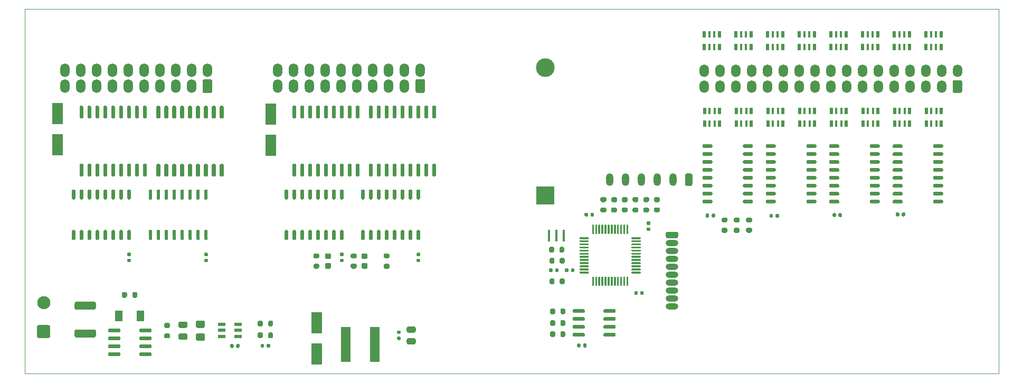
<source format=gbr>
%TF.GenerationSoftware,KiCad,Pcbnew,5.1.9-73d0e3b20d~88~ubuntu20.04.1*%
%TF.CreationDate,2021-03-03T11:33:07+04:00*%
%TF.ProjectId,main_board,6d61696e-5f62-46f6-9172-642e6b696361,rev?*%
%TF.SameCoordinates,Original*%
%TF.FileFunction,Soldermask,Top*%
%TF.FilePolarity,Negative*%
%FSLAX46Y46*%
G04 Gerber Fmt 4.6, Leading zero omitted, Abs format (unit mm)*
G04 Created by KiCad (PCBNEW 5.1.9-73d0e3b20d~88~ubuntu20.04.1) date 2021-03-03 11:33:07*
%MOMM*%
%LPD*%
G01*
G04 APERTURE LIST*
%TA.AperFunction,Profile*%
%ADD10C,0.100000*%
%TD*%
%ADD11O,1.500000X2.000000*%
%ADD12O,2.000000X1.000000*%
%ADD13O,1.500000X2.200000*%
%ADD14R,0.500000X1.000000*%
%ADD15R,0.400000X1.000000*%
%ADD16O,1.200000X2.000000*%
%ADD17C,2.100000*%
%ADD18R,0.400000X1.900000*%
%ADD19R,1.600000X5.700000*%
%ADD20R,1.300000X1.700000*%
%ADD21R,1.800000X3.500000*%
%ADD22C,3.000000*%
%ADD23R,3.000000X3.000000*%
%ADD24R,1.150000X0.600000*%
G04 APERTURE END LIST*
D10*
X210400000Y-29600000D02*
X54200000Y-29600000D01*
X210400000Y-29600000D02*
X210400000Y-88000000D01*
X210400000Y-88000000D02*
X54200000Y-88000000D01*
X54200000Y-29600000D02*
X54200000Y-88000000D01*
D11*
%TO.C,J8*%
X163160000Y-39460000D03*
X165700000Y-39460000D03*
X168240000Y-39460000D03*
X170780000Y-39460000D03*
X173320000Y-39460000D03*
X175860000Y-39460000D03*
X178400000Y-39460000D03*
X180940000Y-39460000D03*
X183480000Y-39460000D03*
X186020000Y-39460000D03*
X188560000Y-39460000D03*
X191100000Y-39460000D03*
X193640000Y-39460000D03*
X196180000Y-39460000D03*
X198720000Y-39460000D03*
X201260000Y-39460000D03*
X203800000Y-39460000D03*
X163160000Y-42000000D03*
X165700000Y-42000000D03*
X168240000Y-42000000D03*
X170780000Y-42000000D03*
X173320000Y-42000000D03*
X175860000Y-42000000D03*
X178400000Y-42000000D03*
X180940000Y-42000000D03*
X183480000Y-42000000D03*
X186020000Y-42000000D03*
X188560000Y-42000000D03*
X191100000Y-42000000D03*
X193640000Y-42000000D03*
X196180000Y-42000000D03*
X198720000Y-42000000D03*
X201260000Y-42000000D03*
G36*
G01*
X204329500Y-43000000D02*
X203270500Y-43000000D01*
G75*
G02*
X203050000Y-42779500I0J220500D01*
G01*
X203050000Y-41220500D01*
G75*
G02*
X203270500Y-41000000I220500J0D01*
G01*
X204329500Y-41000000D01*
G75*
G02*
X204550000Y-41220500I0J-220500D01*
G01*
X204550000Y-42779500D01*
G75*
G02*
X204329500Y-43000000I-220500J0D01*
G01*
G37*
%TD*%
D12*
%TO.C,J11*%
X158020000Y-77212000D03*
X158020000Y-75942000D03*
X158020000Y-74672000D03*
X158020000Y-73402000D03*
X158020000Y-72132000D03*
X158020000Y-70862000D03*
X158020000Y-69592000D03*
X158020000Y-68322000D03*
X158020000Y-67052000D03*
G36*
G01*
X157270000Y-65282000D02*
X158770000Y-65282000D01*
G75*
G02*
X159020000Y-65532000I0J-250000D01*
G01*
X159020000Y-66032000D01*
G75*
G02*
X158770000Y-66282000I-250000J0D01*
G01*
X157270000Y-66282000D01*
G75*
G02*
X157020000Y-66032000I0J250000D01*
G01*
X157020000Y-65532000D01*
G75*
G02*
X157270000Y-65282000I250000J0D01*
G01*
G37*
%TD*%
%TO.C,J2*%
G36*
G01*
X118179500Y-43000000D02*
X117120500Y-43000000D01*
G75*
G02*
X116900000Y-42779500I0J220500D01*
G01*
X116900000Y-41020500D01*
G75*
G02*
X117120500Y-40800000I220500J0D01*
G01*
X118179500Y-40800000D01*
G75*
G02*
X118400000Y-41020500I0J-220500D01*
G01*
X118400000Y-42779500D01*
G75*
G02*
X118179500Y-43000000I-220500J0D01*
G01*
G37*
D13*
X115110000Y-41900000D03*
X112570000Y-41900000D03*
X110030000Y-41900000D03*
X107490000Y-41900000D03*
X104950000Y-41900000D03*
X102410000Y-41900000D03*
X99870000Y-41900000D03*
X97330000Y-41900000D03*
X94790000Y-41900000D03*
X117650000Y-39360000D03*
X115110000Y-39360000D03*
X112570000Y-39360000D03*
X110030000Y-39360000D03*
X107490000Y-39360000D03*
X104950000Y-39360000D03*
X102410000Y-39360000D03*
X99870000Y-39360000D03*
X97330000Y-39360000D03*
X94790000Y-39360000D03*
%TD*%
%TO.C,J3*%
X60640000Y-39410000D03*
X63180000Y-39410000D03*
X65720000Y-39410000D03*
X68260000Y-39410000D03*
X70800000Y-39410000D03*
X73340000Y-39410000D03*
X75880000Y-39410000D03*
X78420000Y-39410000D03*
X80960000Y-39410000D03*
X83500000Y-39410000D03*
X60640000Y-41950000D03*
X63180000Y-41950000D03*
X65720000Y-41950000D03*
X68260000Y-41950000D03*
X70800000Y-41950000D03*
X73340000Y-41950000D03*
X75880000Y-41950000D03*
X78420000Y-41950000D03*
X80960000Y-41950000D03*
G36*
G01*
X84029500Y-43050000D02*
X82970500Y-43050000D01*
G75*
G02*
X82750000Y-42829500I0J220500D01*
G01*
X82750000Y-41070500D01*
G75*
G02*
X82970500Y-40850000I220500J0D01*
G01*
X84029500Y-40850000D01*
G75*
G02*
X84250000Y-41070500I0J-220500D01*
G01*
X84250000Y-42829500D01*
G75*
G02*
X84029500Y-43050000I-220500J0D01*
G01*
G37*
%TD*%
D14*
%TO.C,RN16*%
X198770000Y-35640000D03*
D15*
X199570000Y-35640000D03*
D14*
X201170000Y-35640000D03*
D15*
X200370000Y-35640000D03*
D14*
X198770000Y-33640000D03*
D15*
X200370000Y-33640000D03*
X199570000Y-33640000D03*
D14*
X201170000Y-33640000D03*
%TD*%
%TO.C,RN15*%
X193691426Y-35640000D03*
D15*
X194491426Y-35640000D03*
D14*
X196091426Y-35640000D03*
D15*
X195291426Y-35640000D03*
D14*
X193691426Y-33640000D03*
D15*
X195291426Y-33640000D03*
X194491426Y-33640000D03*
D14*
X196091426Y-33640000D03*
%TD*%
%TO.C,RN14*%
X201220000Y-45930000D03*
D15*
X200420000Y-45930000D03*
D14*
X198820000Y-45930000D03*
D15*
X199620000Y-45930000D03*
D14*
X201220000Y-47930000D03*
D15*
X199620000Y-47930000D03*
X200420000Y-47930000D03*
D14*
X198820000Y-47930000D03*
%TD*%
%TO.C,RN13*%
X196138568Y-45930000D03*
D15*
X195338568Y-45930000D03*
D14*
X193738568Y-45930000D03*
D15*
X194538568Y-45930000D03*
D14*
X196138568Y-47930000D03*
D15*
X194538568Y-47930000D03*
X195338568Y-47930000D03*
D14*
X193738568Y-47930000D03*
%TD*%
%TO.C,RN12*%
X188612855Y-35640000D03*
D15*
X189412855Y-35640000D03*
D14*
X191012855Y-35640000D03*
D15*
X190212855Y-35640000D03*
D14*
X188612855Y-33640000D03*
D15*
X190212855Y-33640000D03*
X189412855Y-33640000D03*
D14*
X191012855Y-33640000D03*
%TD*%
%TO.C,RN11*%
X183534284Y-35640000D03*
D15*
X184334284Y-35640000D03*
D14*
X185934284Y-35640000D03*
D15*
X185134284Y-35640000D03*
D14*
X183534284Y-33640000D03*
D15*
X185134284Y-33640000D03*
X184334284Y-33640000D03*
D14*
X185934284Y-33640000D03*
%TD*%
%TO.C,RN10*%
X191057140Y-45930000D03*
D15*
X190257140Y-45930000D03*
D14*
X188657140Y-45930000D03*
D15*
X189457140Y-45930000D03*
D14*
X191057140Y-47930000D03*
D15*
X189457140Y-47930000D03*
X190257140Y-47930000D03*
D14*
X188657140Y-47930000D03*
%TD*%
%TO.C,RN9*%
X185975712Y-45930000D03*
D15*
X185175712Y-45930000D03*
D14*
X183575712Y-45930000D03*
D15*
X184375712Y-45930000D03*
D14*
X185975712Y-47930000D03*
D15*
X184375712Y-47930000D03*
X185175712Y-47930000D03*
D14*
X183575712Y-47930000D03*
%TD*%
%TO.C,RN8*%
X178455713Y-35640000D03*
D15*
X179255713Y-35640000D03*
D14*
X180855713Y-35640000D03*
D15*
X180055713Y-35640000D03*
D14*
X178455713Y-33640000D03*
D15*
X180055713Y-33640000D03*
X179255713Y-33640000D03*
D14*
X180855713Y-33640000D03*
%TD*%
%TO.C,RN7*%
X173377142Y-35640000D03*
D15*
X174177142Y-35640000D03*
D14*
X175777142Y-35640000D03*
D15*
X174977142Y-35640000D03*
D14*
X173377142Y-33640000D03*
D15*
X174977142Y-33640000D03*
X174177142Y-33640000D03*
D14*
X175777142Y-33640000D03*
%TD*%
%TO.C,RN6*%
X180894284Y-45930000D03*
D15*
X180094284Y-45930000D03*
D14*
X178494284Y-45930000D03*
D15*
X179294284Y-45930000D03*
D14*
X180894284Y-47930000D03*
D15*
X179294284Y-47930000D03*
X180094284Y-47930000D03*
D14*
X178494284Y-47930000D03*
%TD*%
%TO.C,RN5*%
X175812856Y-45930000D03*
D15*
X175012856Y-45930000D03*
D14*
X173412856Y-45930000D03*
D15*
X174212856Y-45930000D03*
D14*
X175812856Y-47930000D03*
D15*
X174212856Y-47930000D03*
X175012856Y-47930000D03*
D14*
X173412856Y-47930000D03*
%TD*%
%TO.C,RN4*%
X168298571Y-35640000D03*
D15*
X169098571Y-35640000D03*
D14*
X170698571Y-35640000D03*
D15*
X169898571Y-35640000D03*
D14*
X168298571Y-33640000D03*
D15*
X169898571Y-33640000D03*
X169098571Y-33640000D03*
D14*
X170698571Y-33640000D03*
%TD*%
%TO.C,RN3*%
X163220000Y-35640000D03*
D15*
X164020000Y-35640000D03*
D14*
X165620000Y-35640000D03*
D15*
X164820000Y-35640000D03*
D14*
X163220000Y-33640000D03*
D15*
X164820000Y-33640000D03*
X164020000Y-33640000D03*
D14*
X165620000Y-33640000D03*
%TD*%
%TO.C,RN2*%
X170731428Y-45930000D03*
D15*
X169931428Y-45930000D03*
D14*
X168331428Y-45930000D03*
D15*
X169131428Y-45930000D03*
D14*
X170731428Y-47930000D03*
D15*
X169131428Y-47930000D03*
X169931428Y-47930000D03*
D14*
X168331428Y-47930000D03*
%TD*%
%TO.C,RN1*%
X165650000Y-45930000D03*
D15*
X164850000Y-45930000D03*
D14*
X163250000Y-45930000D03*
D15*
X164050000Y-45930000D03*
D14*
X165650000Y-47930000D03*
D15*
X164050000Y-47930000D03*
X164850000Y-47930000D03*
D14*
X163250000Y-47930000D03*
%TD*%
%TO.C,U1*%
G36*
G01*
X145210000Y-65550000D02*
X145210000Y-64225000D01*
G75*
G02*
X145285000Y-64150000I75000J0D01*
G01*
X145435000Y-64150000D01*
G75*
G02*
X145510000Y-64225000I0J-75000D01*
G01*
X145510000Y-65550000D01*
G75*
G02*
X145435000Y-65625000I-75000J0D01*
G01*
X145285000Y-65625000D01*
G75*
G02*
X145210000Y-65550000I0J75000D01*
G01*
G37*
G36*
G01*
X145710000Y-65550000D02*
X145710000Y-64225000D01*
G75*
G02*
X145785000Y-64150000I75000J0D01*
G01*
X145935000Y-64150000D01*
G75*
G02*
X146010000Y-64225000I0J-75000D01*
G01*
X146010000Y-65550000D01*
G75*
G02*
X145935000Y-65625000I-75000J0D01*
G01*
X145785000Y-65625000D01*
G75*
G02*
X145710000Y-65550000I0J75000D01*
G01*
G37*
G36*
G01*
X146210000Y-65550000D02*
X146210000Y-64225000D01*
G75*
G02*
X146285000Y-64150000I75000J0D01*
G01*
X146435000Y-64150000D01*
G75*
G02*
X146510000Y-64225000I0J-75000D01*
G01*
X146510000Y-65550000D01*
G75*
G02*
X146435000Y-65625000I-75000J0D01*
G01*
X146285000Y-65625000D01*
G75*
G02*
X146210000Y-65550000I0J75000D01*
G01*
G37*
G36*
G01*
X146710000Y-65550000D02*
X146710000Y-64225000D01*
G75*
G02*
X146785000Y-64150000I75000J0D01*
G01*
X146935000Y-64150000D01*
G75*
G02*
X147010000Y-64225000I0J-75000D01*
G01*
X147010000Y-65550000D01*
G75*
G02*
X146935000Y-65625000I-75000J0D01*
G01*
X146785000Y-65625000D01*
G75*
G02*
X146710000Y-65550000I0J75000D01*
G01*
G37*
G36*
G01*
X147210000Y-65550000D02*
X147210000Y-64225000D01*
G75*
G02*
X147285000Y-64150000I75000J0D01*
G01*
X147435000Y-64150000D01*
G75*
G02*
X147510000Y-64225000I0J-75000D01*
G01*
X147510000Y-65550000D01*
G75*
G02*
X147435000Y-65625000I-75000J0D01*
G01*
X147285000Y-65625000D01*
G75*
G02*
X147210000Y-65550000I0J75000D01*
G01*
G37*
G36*
G01*
X147710000Y-65550000D02*
X147710000Y-64225000D01*
G75*
G02*
X147785000Y-64150000I75000J0D01*
G01*
X147935000Y-64150000D01*
G75*
G02*
X148010000Y-64225000I0J-75000D01*
G01*
X148010000Y-65550000D01*
G75*
G02*
X147935000Y-65625000I-75000J0D01*
G01*
X147785000Y-65625000D01*
G75*
G02*
X147710000Y-65550000I0J75000D01*
G01*
G37*
G36*
G01*
X148210000Y-65550000D02*
X148210000Y-64225000D01*
G75*
G02*
X148285000Y-64150000I75000J0D01*
G01*
X148435000Y-64150000D01*
G75*
G02*
X148510000Y-64225000I0J-75000D01*
G01*
X148510000Y-65550000D01*
G75*
G02*
X148435000Y-65625000I-75000J0D01*
G01*
X148285000Y-65625000D01*
G75*
G02*
X148210000Y-65550000I0J75000D01*
G01*
G37*
G36*
G01*
X148710000Y-65550000D02*
X148710000Y-64225000D01*
G75*
G02*
X148785000Y-64150000I75000J0D01*
G01*
X148935000Y-64150000D01*
G75*
G02*
X149010000Y-64225000I0J-75000D01*
G01*
X149010000Y-65550000D01*
G75*
G02*
X148935000Y-65625000I-75000J0D01*
G01*
X148785000Y-65625000D01*
G75*
G02*
X148710000Y-65550000I0J75000D01*
G01*
G37*
G36*
G01*
X149210000Y-65550000D02*
X149210000Y-64225000D01*
G75*
G02*
X149285000Y-64150000I75000J0D01*
G01*
X149435000Y-64150000D01*
G75*
G02*
X149510000Y-64225000I0J-75000D01*
G01*
X149510000Y-65550000D01*
G75*
G02*
X149435000Y-65625000I-75000J0D01*
G01*
X149285000Y-65625000D01*
G75*
G02*
X149210000Y-65550000I0J75000D01*
G01*
G37*
G36*
G01*
X149710000Y-65550000D02*
X149710000Y-64225000D01*
G75*
G02*
X149785000Y-64150000I75000J0D01*
G01*
X149935000Y-64150000D01*
G75*
G02*
X150010000Y-64225000I0J-75000D01*
G01*
X150010000Y-65550000D01*
G75*
G02*
X149935000Y-65625000I-75000J0D01*
G01*
X149785000Y-65625000D01*
G75*
G02*
X149710000Y-65550000I0J75000D01*
G01*
G37*
G36*
G01*
X150210000Y-65550000D02*
X150210000Y-64225000D01*
G75*
G02*
X150285000Y-64150000I75000J0D01*
G01*
X150435000Y-64150000D01*
G75*
G02*
X150510000Y-64225000I0J-75000D01*
G01*
X150510000Y-65550000D01*
G75*
G02*
X150435000Y-65625000I-75000J0D01*
G01*
X150285000Y-65625000D01*
G75*
G02*
X150210000Y-65550000I0J75000D01*
G01*
G37*
G36*
G01*
X150710000Y-65550000D02*
X150710000Y-64225000D01*
G75*
G02*
X150785000Y-64150000I75000J0D01*
G01*
X150935000Y-64150000D01*
G75*
G02*
X151010000Y-64225000I0J-75000D01*
G01*
X151010000Y-65550000D01*
G75*
G02*
X150935000Y-65625000I-75000J0D01*
G01*
X150785000Y-65625000D01*
G75*
G02*
X150710000Y-65550000I0J75000D01*
G01*
G37*
G36*
G01*
X151535000Y-66375000D02*
X151535000Y-66225000D01*
G75*
G02*
X151610000Y-66150000I75000J0D01*
G01*
X152935000Y-66150000D01*
G75*
G02*
X153010000Y-66225000I0J-75000D01*
G01*
X153010000Y-66375000D01*
G75*
G02*
X152935000Y-66450000I-75000J0D01*
G01*
X151610000Y-66450000D01*
G75*
G02*
X151535000Y-66375000I0J75000D01*
G01*
G37*
G36*
G01*
X151535000Y-66875000D02*
X151535000Y-66725000D01*
G75*
G02*
X151610000Y-66650000I75000J0D01*
G01*
X152935000Y-66650000D01*
G75*
G02*
X153010000Y-66725000I0J-75000D01*
G01*
X153010000Y-66875000D01*
G75*
G02*
X152935000Y-66950000I-75000J0D01*
G01*
X151610000Y-66950000D01*
G75*
G02*
X151535000Y-66875000I0J75000D01*
G01*
G37*
G36*
G01*
X151535000Y-67375000D02*
X151535000Y-67225000D01*
G75*
G02*
X151610000Y-67150000I75000J0D01*
G01*
X152935000Y-67150000D01*
G75*
G02*
X153010000Y-67225000I0J-75000D01*
G01*
X153010000Y-67375000D01*
G75*
G02*
X152935000Y-67450000I-75000J0D01*
G01*
X151610000Y-67450000D01*
G75*
G02*
X151535000Y-67375000I0J75000D01*
G01*
G37*
G36*
G01*
X151535000Y-67875000D02*
X151535000Y-67725000D01*
G75*
G02*
X151610000Y-67650000I75000J0D01*
G01*
X152935000Y-67650000D01*
G75*
G02*
X153010000Y-67725000I0J-75000D01*
G01*
X153010000Y-67875000D01*
G75*
G02*
X152935000Y-67950000I-75000J0D01*
G01*
X151610000Y-67950000D01*
G75*
G02*
X151535000Y-67875000I0J75000D01*
G01*
G37*
G36*
G01*
X151535000Y-68375000D02*
X151535000Y-68225000D01*
G75*
G02*
X151610000Y-68150000I75000J0D01*
G01*
X152935000Y-68150000D01*
G75*
G02*
X153010000Y-68225000I0J-75000D01*
G01*
X153010000Y-68375000D01*
G75*
G02*
X152935000Y-68450000I-75000J0D01*
G01*
X151610000Y-68450000D01*
G75*
G02*
X151535000Y-68375000I0J75000D01*
G01*
G37*
G36*
G01*
X151535000Y-68875000D02*
X151535000Y-68725000D01*
G75*
G02*
X151610000Y-68650000I75000J0D01*
G01*
X152935000Y-68650000D01*
G75*
G02*
X153010000Y-68725000I0J-75000D01*
G01*
X153010000Y-68875000D01*
G75*
G02*
X152935000Y-68950000I-75000J0D01*
G01*
X151610000Y-68950000D01*
G75*
G02*
X151535000Y-68875000I0J75000D01*
G01*
G37*
G36*
G01*
X151535000Y-69375000D02*
X151535000Y-69225000D01*
G75*
G02*
X151610000Y-69150000I75000J0D01*
G01*
X152935000Y-69150000D01*
G75*
G02*
X153010000Y-69225000I0J-75000D01*
G01*
X153010000Y-69375000D01*
G75*
G02*
X152935000Y-69450000I-75000J0D01*
G01*
X151610000Y-69450000D01*
G75*
G02*
X151535000Y-69375000I0J75000D01*
G01*
G37*
G36*
G01*
X151535000Y-69875000D02*
X151535000Y-69725000D01*
G75*
G02*
X151610000Y-69650000I75000J0D01*
G01*
X152935000Y-69650000D01*
G75*
G02*
X153010000Y-69725000I0J-75000D01*
G01*
X153010000Y-69875000D01*
G75*
G02*
X152935000Y-69950000I-75000J0D01*
G01*
X151610000Y-69950000D01*
G75*
G02*
X151535000Y-69875000I0J75000D01*
G01*
G37*
G36*
G01*
X151535000Y-70375000D02*
X151535000Y-70225000D01*
G75*
G02*
X151610000Y-70150000I75000J0D01*
G01*
X152935000Y-70150000D01*
G75*
G02*
X153010000Y-70225000I0J-75000D01*
G01*
X153010000Y-70375000D01*
G75*
G02*
X152935000Y-70450000I-75000J0D01*
G01*
X151610000Y-70450000D01*
G75*
G02*
X151535000Y-70375000I0J75000D01*
G01*
G37*
G36*
G01*
X151535000Y-70875000D02*
X151535000Y-70725000D01*
G75*
G02*
X151610000Y-70650000I75000J0D01*
G01*
X152935000Y-70650000D01*
G75*
G02*
X153010000Y-70725000I0J-75000D01*
G01*
X153010000Y-70875000D01*
G75*
G02*
X152935000Y-70950000I-75000J0D01*
G01*
X151610000Y-70950000D01*
G75*
G02*
X151535000Y-70875000I0J75000D01*
G01*
G37*
G36*
G01*
X151535000Y-71375000D02*
X151535000Y-71225000D01*
G75*
G02*
X151610000Y-71150000I75000J0D01*
G01*
X152935000Y-71150000D01*
G75*
G02*
X153010000Y-71225000I0J-75000D01*
G01*
X153010000Y-71375000D01*
G75*
G02*
X152935000Y-71450000I-75000J0D01*
G01*
X151610000Y-71450000D01*
G75*
G02*
X151535000Y-71375000I0J75000D01*
G01*
G37*
G36*
G01*
X151535000Y-71875000D02*
X151535000Y-71725000D01*
G75*
G02*
X151610000Y-71650000I75000J0D01*
G01*
X152935000Y-71650000D01*
G75*
G02*
X153010000Y-71725000I0J-75000D01*
G01*
X153010000Y-71875000D01*
G75*
G02*
X152935000Y-71950000I-75000J0D01*
G01*
X151610000Y-71950000D01*
G75*
G02*
X151535000Y-71875000I0J75000D01*
G01*
G37*
G36*
G01*
X150710000Y-73875000D02*
X150710000Y-72550000D01*
G75*
G02*
X150785000Y-72475000I75000J0D01*
G01*
X150935000Y-72475000D01*
G75*
G02*
X151010000Y-72550000I0J-75000D01*
G01*
X151010000Y-73875000D01*
G75*
G02*
X150935000Y-73950000I-75000J0D01*
G01*
X150785000Y-73950000D01*
G75*
G02*
X150710000Y-73875000I0J75000D01*
G01*
G37*
G36*
G01*
X150210000Y-73875000D02*
X150210000Y-72550000D01*
G75*
G02*
X150285000Y-72475000I75000J0D01*
G01*
X150435000Y-72475000D01*
G75*
G02*
X150510000Y-72550000I0J-75000D01*
G01*
X150510000Y-73875000D01*
G75*
G02*
X150435000Y-73950000I-75000J0D01*
G01*
X150285000Y-73950000D01*
G75*
G02*
X150210000Y-73875000I0J75000D01*
G01*
G37*
G36*
G01*
X149710000Y-73875000D02*
X149710000Y-72550000D01*
G75*
G02*
X149785000Y-72475000I75000J0D01*
G01*
X149935000Y-72475000D01*
G75*
G02*
X150010000Y-72550000I0J-75000D01*
G01*
X150010000Y-73875000D01*
G75*
G02*
X149935000Y-73950000I-75000J0D01*
G01*
X149785000Y-73950000D01*
G75*
G02*
X149710000Y-73875000I0J75000D01*
G01*
G37*
G36*
G01*
X149210000Y-73875000D02*
X149210000Y-72550000D01*
G75*
G02*
X149285000Y-72475000I75000J0D01*
G01*
X149435000Y-72475000D01*
G75*
G02*
X149510000Y-72550000I0J-75000D01*
G01*
X149510000Y-73875000D01*
G75*
G02*
X149435000Y-73950000I-75000J0D01*
G01*
X149285000Y-73950000D01*
G75*
G02*
X149210000Y-73875000I0J75000D01*
G01*
G37*
G36*
G01*
X148710000Y-73875000D02*
X148710000Y-72550000D01*
G75*
G02*
X148785000Y-72475000I75000J0D01*
G01*
X148935000Y-72475000D01*
G75*
G02*
X149010000Y-72550000I0J-75000D01*
G01*
X149010000Y-73875000D01*
G75*
G02*
X148935000Y-73950000I-75000J0D01*
G01*
X148785000Y-73950000D01*
G75*
G02*
X148710000Y-73875000I0J75000D01*
G01*
G37*
G36*
G01*
X148210000Y-73875000D02*
X148210000Y-72550000D01*
G75*
G02*
X148285000Y-72475000I75000J0D01*
G01*
X148435000Y-72475000D01*
G75*
G02*
X148510000Y-72550000I0J-75000D01*
G01*
X148510000Y-73875000D01*
G75*
G02*
X148435000Y-73950000I-75000J0D01*
G01*
X148285000Y-73950000D01*
G75*
G02*
X148210000Y-73875000I0J75000D01*
G01*
G37*
G36*
G01*
X147710000Y-73875000D02*
X147710000Y-72550000D01*
G75*
G02*
X147785000Y-72475000I75000J0D01*
G01*
X147935000Y-72475000D01*
G75*
G02*
X148010000Y-72550000I0J-75000D01*
G01*
X148010000Y-73875000D01*
G75*
G02*
X147935000Y-73950000I-75000J0D01*
G01*
X147785000Y-73950000D01*
G75*
G02*
X147710000Y-73875000I0J75000D01*
G01*
G37*
G36*
G01*
X147210000Y-73875000D02*
X147210000Y-72550000D01*
G75*
G02*
X147285000Y-72475000I75000J0D01*
G01*
X147435000Y-72475000D01*
G75*
G02*
X147510000Y-72550000I0J-75000D01*
G01*
X147510000Y-73875000D01*
G75*
G02*
X147435000Y-73950000I-75000J0D01*
G01*
X147285000Y-73950000D01*
G75*
G02*
X147210000Y-73875000I0J75000D01*
G01*
G37*
G36*
G01*
X146710000Y-73875000D02*
X146710000Y-72550000D01*
G75*
G02*
X146785000Y-72475000I75000J0D01*
G01*
X146935000Y-72475000D01*
G75*
G02*
X147010000Y-72550000I0J-75000D01*
G01*
X147010000Y-73875000D01*
G75*
G02*
X146935000Y-73950000I-75000J0D01*
G01*
X146785000Y-73950000D01*
G75*
G02*
X146710000Y-73875000I0J75000D01*
G01*
G37*
G36*
G01*
X146210000Y-73875000D02*
X146210000Y-72550000D01*
G75*
G02*
X146285000Y-72475000I75000J0D01*
G01*
X146435000Y-72475000D01*
G75*
G02*
X146510000Y-72550000I0J-75000D01*
G01*
X146510000Y-73875000D01*
G75*
G02*
X146435000Y-73950000I-75000J0D01*
G01*
X146285000Y-73950000D01*
G75*
G02*
X146210000Y-73875000I0J75000D01*
G01*
G37*
G36*
G01*
X145710000Y-73875000D02*
X145710000Y-72550000D01*
G75*
G02*
X145785000Y-72475000I75000J0D01*
G01*
X145935000Y-72475000D01*
G75*
G02*
X146010000Y-72550000I0J-75000D01*
G01*
X146010000Y-73875000D01*
G75*
G02*
X145935000Y-73950000I-75000J0D01*
G01*
X145785000Y-73950000D01*
G75*
G02*
X145710000Y-73875000I0J75000D01*
G01*
G37*
G36*
G01*
X145210000Y-73875000D02*
X145210000Y-72550000D01*
G75*
G02*
X145285000Y-72475000I75000J0D01*
G01*
X145435000Y-72475000D01*
G75*
G02*
X145510000Y-72550000I0J-75000D01*
G01*
X145510000Y-73875000D01*
G75*
G02*
X145435000Y-73950000I-75000J0D01*
G01*
X145285000Y-73950000D01*
G75*
G02*
X145210000Y-73875000I0J75000D01*
G01*
G37*
G36*
G01*
X143210000Y-71875000D02*
X143210000Y-71725000D01*
G75*
G02*
X143285000Y-71650000I75000J0D01*
G01*
X144610000Y-71650000D01*
G75*
G02*
X144685000Y-71725000I0J-75000D01*
G01*
X144685000Y-71875000D01*
G75*
G02*
X144610000Y-71950000I-75000J0D01*
G01*
X143285000Y-71950000D01*
G75*
G02*
X143210000Y-71875000I0J75000D01*
G01*
G37*
G36*
G01*
X143210000Y-71375000D02*
X143210000Y-71225000D01*
G75*
G02*
X143285000Y-71150000I75000J0D01*
G01*
X144610000Y-71150000D01*
G75*
G02*
X144685000Y-71225000I0J-75000D01*
G01*
X144685000Y-71375000D01*
G75*
G02*
X144610000Y-71450000I-75000J0D01*
G01*
X143285000Y-71450000D01*
G75*
G02*
X143210000Y-71375000I0J75000D01*
G01*
G37*
G36*
G01*
X143210000Y-70875000D02*
X143210000Y-70725000D01*
G75*
G02*
X143285000Y-70650000I75000J0D01*
G01*
X144610000Y-70650000D01*
G75*
G02*
X144685000Y-70725000I0J-75000D01*
G01*
X144685000Y-70875000D01*
G75*
G02*
X144610000Y-70950000I-75000J0D01*
G01*
X143285000Y-70950000D01*
G75*
G02*
X143210000Y-70875000I0J75000D01*
G01*
G37*
G36*
G01*
X143210000Y-70375000D02*
X143210000Y-70225000D01*
G75*
G02*
X143285000Y-70150000I75000J0D01*
G01*
X144610000Y-70150000D01*
G75*
G02*
X144685000Y-70225000I0J-75000D01*
G01*
X144685000Y-70375000D01*
G75*
G02*
X144610000Y-70450000I-75000J0D01*
G01*
X143285000Y-70450000D01*
G75*
G02*
X143210000Y-70375000I0J75000D01*
G01*
G37*
G36*
G01*
X143210000Y-69875000D02*
X143210000Y-69725000D01*
G75*
G02*
X143285000Y-69650000I75000J0D01*
G01*
X144610000Y-69650000D01*
G75*
G02*
X144685000Y-69725000I0J-75000D01*
G01*
X144685000Y-69875000D01*
G75*
G02*
X144610000Y-69950000I-75000J0D01*
G01*
X143285000Y-69950000D01*
G75*
G02*
X143210000Y-69875000I0J75000D01*
G01*
G37*
G36*
G01*
X143210000Y-69375000D02*
X143210000Y-69225000D01*
G75*
G02*
X143285000Y-69150000I75000J0D01*
G01*
X144610000Y-69150000D01*
G75*
G02*
X144685000Y-69225000I0J-75000D01*
G01*
X144685000Y-69375000D01*
G75*
G02*
X144610000Y-69450000I-75000J0D01*
G01*
X143285000Y-69450000D01*
G75*
G02*
X143210000Y-69375000I0J75000D01*
G01*
G37*
G36*
G01*
X143210000Y-68875000D02*
X143210000Y-68725000D01*
G75*
G02*
X143285000Y-68650000I75000J0D01*
G01*
X144610000Y-68650000D01*
G75*
G02*
X144685000Y-68725000I0J-75000D01*
G01*
X144685000Y-68875000D01*
G75*
G02*
X144610000Y-68950000I-75000J0D01*
G01*
X143285000Y-68950000D01*
G75*
G02*
X143210000Y-68875000I0J75000D01*
G01*
G37*
G36*
G01*
X143210000Y-68375000D02*
X143210000Y-68225000D01*
G75*
G02*
X143285000Y-68150000I75000J0D01*
G01*
X144610000Y-68150000D01*
G75*
G02*
X144685000Y-68225000I0J-75000D01*
G01*
X144685000Y-68375000D01*
G75*
G02*
X144610000Y-68450000I-75000J0D01*
G01*
X143285000Y-68450000D01*
G75*
G02*
X143210000Y-68375000I0J75000D01*
G01*
G37*
G36*
G01*
X143210000Y-67875000D02*
X143210000Y-67725000D01*
G75*
G02*
X143285000Y-67650000I75000J0D01*
G01*
X144610000Y-67650000D01*
G75*
G02*
X144685000Y-67725000I0J-75000D01*
G01*
X144685000Y-67875000D01*
G75*
G02*
X144610000Y-67950000I-75000J0D01*
G01*
X143285000Y-67950000D01*
G75*
G02*
X143210000Y-67875000I0J75000D01*
G01*
G37*
G36*
G01*
X143210000Y-67375000D02*
X143210000Y-67225000D01*
G75*
G02*
X143285000Y-67150000I75000J0D01*
G01*
X144610000Y-67150000D01*
G75*
G02*
X144685000Y-67225000I0J-75000D01*
G01*
X144685000Y-67375000D01*
G75*
G02*
X144610000Y-67450000I-75000J0D01*
G01*
X143285000Y-67450000D01*
G75*
G02*
X143210000Y-67375000I0J75000D01*
G01*
G37*
G36*
G01*
X143210000Y-66875000D02*
X143210000Y-66725000D01*
G75*
G02*
X143285000Y-66650000I75000J0D01*
G01*
X144610000Y-66650000D01*
G75*
G02*
X144685000Y-66725000I0J-75000D01*
G01*
X144685000Y-66875000D01*
G75*
G02*
X144610000Y-66950000I-75000J0D01*
G01*
X143285000Y-66950000D01*
G75*
G02*
X143210000Y-66875000I0J75000D01*
G01*
G37*
G36*
G01*
X143210000Y-66375000D02*
X143210000Y-66225000D01*
G75*
G02*
X143285000Y-66150000I75000J0D01*
G01*
X144610000Y-66150000D01*
G75*
G02*
X144685000Y-66225000I0J-75000D01*
G01*
X144685000Y-66375000D01*
G75*
G02*
X144610000Y-66450000I-75000J0D01*
G01*
X143285000Y-66450000D01*
G75*
G02*
X143210000Y-66375000I0J75000D01*
G01*
G37*
%TD*%
%TO.C,R31*%
G36*
G01*
X140125000Y-80175000D02*
X140125000Y-79625000D01*
G75*
G02*
X140325000Y-79425000I200000J0D01*
G01*
X140725000Y-79425000D01*
G75*
G02*
X140925000Y-79625000I0J-200000D01*
G01*
X140925000Y-80175000D01*
G75*
G02*
X140725000Y-80375000I-200000J0D01*
G01*
X140325000Y-80375000D01*
G75*
G02*
X140125000Y-80175000I0J200000D01*
G01*
G37*
G36*
G01*
X138475000Y-80175000D02*
X138475000Y-79625000D01*
G75*
G02*
X138675000Y-79425000I200000J0D01*
G01*
X139075000Y-79425000D01*
G75*
G02*
X139275000Y-79625000I0J-200000D01*
G01*
X139275000Y-80175000D01*
G75*
G02*
X139075000Y-80375000I-200000J0D01*
G01*
X138675000Y-80375000D01*
G75*
G02*
X138475000Y-80175000I0J200000D01*
G01*
G37*
%TD*%
%TO.C,R30*%
G36*
G01*
X140130000Y-81965000D02*
X140130000Y-81415000D01*
G75*
G02*
X140330000Y-81215000I200000J0D01*
G01*
X140730000Y-81215000D01*
G75*
G02*
X140930000Y-81415000I0J-200000D01*
G01*
X140930000Y-81965000D01*
G75*
G02*
X140730000Y-82165000I-200000J0D01*
G01*
X140330000Y-82165000D01*
G75*
G02*
X140130000Y-81965000I0J200000D01*
G01*
G37*
G36*
G01*
X138480000Y-81965000D02*
X138480000Y-81415000D01*
G75*
G02*
X138680000Y-81215000I200000J0D01*
G01*
X139080000Y-81215000D01*
G75*
G02*
X139280000Y-81415000I0J-200000D01*
G01*
X139280000Y-81965000D01*
G75*
G02*
X139080000Y-82165000I-200000J0D01*
G01*
X138680000Y-82165000D01*
G75*
G02*
X138480000Y-81965000I0J200000D01*
G01*
G37*
%TD*%
%TO.C,R29*%
G36*
G01*
X93235000Y-80265000D02*
X93235000Y-79715000D01*
G75*
G02*
X93435000Y-79515000I200000J0D01*
G01*
X93835000Y-79515000D01*
G75*
G02*
X94035000Y-79715000I0J-200000D01*
G01*
X94035000Y-80265000D01*
G75*
G02*
X93835000Y-80465000I-200000J0D01*
G01*
X93435000Y-80465000D01*
G75*
G02*
X93235000Y-80265000I0J200000D01*
G01*
G37*
G36*
G01*
X91585000Y-80265000D02*
X91585000Y-79715000D01*
G75*
G02*
X91785000Y-79515000I200000J0D01*
G01*
X92185000Y-79515000D01*
G75*
G02*
X92385000Y-79715000I0J-200000D01*
G01*
X92385000Y-80265000D01*
G75*
G02*
X92185000Y-80465000I-200000J0D01*
G01*
X91785000Y-80465000D01*
G75*
G02*
X91585000Y-80265000I0J200000D01*
G01*
G37*
%TD*%
%TO.C,R28*%
G36*
G01*
X92385000Y-81605000D02*
X92385000Y-82155000D01*
G75*
G02*
X92185000Y-82355000I-200000J0D01*
G01*
X91785000Y-82355000D01*
G75*
G02*
X91585000Y-82155000I0J200000D01*
G01*
X91585000Y-81605000D01*
G75*
G02*
X91785000Y-81405000I200000J0D01*
G01*
X92185000Y-81405000D01*
G75*
G02*
X92385000Y-81605000I0J-200000D01*
G01*
G37*
G36*
G01*
X94035000Y-81605000D02*
X94035000Y-82155000D01*
G75*
G02*
X93835000Y-82355000I-200000J0D01*
G01*
X93435000Y-82355000D01*
G75*
G02*
X93235000Y-82155000I0J200000D01*
G01*
X93235000Y-81605000D01*
G75*
G02*
X93435000Y-81405000I200000J0D01*
G01*
X93835000Y-81405000D01*
G75*
G02*
X94035000Y-81605000I0J-200000D01*
G01*
G37*
%TD*%
%TO.C,R27*%
G36*
G01*
X77305000Y-80705000D02*
X76755000Y-80705000D01*
G75*
G02*
X76555000Y-80505000I0J200000D01*
G01*
X76555000Y-80105000D01*
G75*
G02*
X76755000Y-79905000I200000J0D01*
G01*
X77305000Y-79905000D01*
G75*
G02*
X77505000Y-80105000I0J-200000D01*
G01*
X77505000Y-80505000D01*
G75*
G02*
X77305000Y-80705000I-200000J0D01*
G01*
G37*
G36*
G01*
X77305000Y-82355000D02*
X76755000Y-82355000D01*
G75*
G02*
X76555000Y-82155000I0J200000D01*
G01*
X76555000Y-81755000D01*
G75*
G02*
X76755000Y-81555000I200000J0D01*
G01*
X77305000Y-81555000D01*
G75*
G02*
X77505000Y-81755000I0J-200000D01*
G01*
X77505000Y-82155000D01*
G75*
G02*
X77305000Y-82355000I-200000J0D01*
G01*
G37*
%TD*%
%TO.C,R26*%
G36*
G01*
X70605000Y-75115000D02*
X70605000Y-75665000D01*
G75*
G02*
X70405000Y-75865000I-200000J0D01*
G01*
X70005000Y-75865000D01*
G75*
G02*
X69805000Y-75665000I0J200000D01*
G01*
X69805000Y-75115000D01*
G75*
G02*
X70005000Y-74915000I200000J0D01*
G01*
X70405000Y-74915000D01*
G75*
G02*
X70605000Y-75115000I0J-200000D01*
G01*
G37*
G36*
G01*
X72255000Y-75115000D02*
X72255000Y-75665000D01*
G75*
G02*
X72055000Y-75865000I-200000J0D01*
G01*
X71655000Y-75865000D01*
G75*
G02*
X71455000Y-75665000I0J200000D01*
G01*
X71455000Y-75115000D01*
G75*
G02*
X71655000Y-74915000I200000J0D01*
G01*
X72055000Y-74915000D01*
G75*
G02*
X72255000Y-75115000I0J-200000D01*
G01*
G37*
%TD*%
%TO.C,R25*%
G36*
G01*
X166185000Y-64635000D02*
X166735000Y-64635000D01*
G75*
G02*
X166935000Y-64835000I0J-200000D01*
G01*
X166935000Y-65235000D01*
G75*
G02*
X166735000Y-65435000I-200000J0D01*
G01*
X166185000Y-65435000D01*
G75*
G02*
X165985000Y-65235000I0J200000D01*
G01*
X165985000Y-64835000D01*
G75*
G02*
X166185000Y-64635000I200000J0D01*
G01*
G37*
G36*
G01*
X166185000Y-62985000D02*
X166735000Y-62985000D01*
G75*
G02*
X166935000Y-63185000I0J-200000D01*
G01*
X166935000Y-63585000D01*
G75*
G02*
X166735000Y-63785000I-200000J0D01*
G01*
X166185000Y-63785000D01*
G75*
G02*
X165985000Y-63585000I0J200000D01*
G01*
X165985000Y-63185000D01*
G75*
G02*
X166185000Y-62985000I200000J0D01*
G01*
G37*
%TD*%
%TO.C,R24*%
G36*
G01*
X170105000Y-64635000D02*
X170655000Y-64635000D01*
G75*
G02*
X170855000Y-64835000I0J-200000D01*
G01*
X170855000Y-65235000D01*
G75*
G02*
X170655000Y-65435000I-200000J0D01*
G01*
X170105000Y-65435000D01*
G75*
G02*
X169905000Y-65235000I0J200000D01*
G01*
X169905000Y-64835000D01*
G75*
G02*
X170105000Y-64635000I200000J0D01*
G01*
G37*
G36*
G01*
X170105000Y-62985000D02*
X170655000Y-62985000D01*
G75*
G02*
X170855000Y-63185000I0J-200000D01*
G01*
X170855000Y-63585000D01*
G75*
G02*
X170655000Y-63785000I-200000J0D01*
G01*
X170105000Y-63785000D01*
G75*
G02*
X169905000Y-63585000I0J200000D01*
G01*
X169905000Y-63185000D01*
G75*
G02*
X170105000Y-62985000I200000J0D01*
G01*
G37*
%TD*%
%TO.C,R23*%
G36*
G01*
X112525000Y-69545000D02*
X111975000Y-69545000D01*
G75*
G02*
X111775000Y-69345000I0J200000D01*
G01*
X111775000Y-68945000D01*
G75*
G02*
X111975000Y-68745000I200000J0D01*
G01*
X112525000Y-68745000D01*
G75*
G02*
X112725000Y-68945000I0J-200000D01*
G01*
X112725000Y-69345000D01*
G75*
G02*
X112525000Y-69545000I-200000J0D01*
G01*
G37*
G36*
G01*
X112525000Y-71195000D02*
X111975000Y-71195000D01*
G75*
G02*
X111775000Y-70995000I0J200000D01*
G01*
X111775000Y-70595000D01*
G75*
G02*
X111975000Y-70395000I200000J0D01*
G01*
X112525000Y-70395000D01*
G75*
G02*
X112725000Y-70595000I0J-200000D01*
G01*
X112725000Y-70995000D01*
G75*
G02*
X112525000Y-71195000I-200000J0D01*
G01*
G37*
%TD*%
%TO.C,R22*%
G36*
G01*
X101245000Y-69545000D02*
X100695000Y-69545000D01*
G75*
G02*
X100495000Y-69345000I0J200000D01*
G01*
X100495000Y-68945000D01*
G75*
G02*
X100695000Y-68745000I200000J0D01*
G01*
X101245000Y-68745000D01*
G75*
G02*
X101445000Y-68945000I0J-200000D01*
G01*
X101445000Y-69345000D01*
G75*
G02*
X101245000Y-69545000I-200000J0D01*
G01*
G37*
G36*
G01*
X101245000Y-71195000D02*
X100695000Y-71195000D01*
G75*
G02*
X100495000Y-70995000I0J200000D01*
G01*
X100495000Y-70595000D01*
G75*
G02*
X100695000Y-70395000I200000J0D01*
G01*
X101245000Y-70395000D01*
G75*
G02*
X101445000Y-70595000I0J-200000D01*
G01*
X101445000Y-70995000D01*
G75*
G02*
X101245000Y-71195000I-200000J0D01*
G01*
G37*
%TD*%
%TO.C,R21*%
G36*
G01*
X107235000Y-69545000D02*
X106685000Y-69545000D01*
G75*
G02*
X106485000Y-69345000I0J200000D01*
G01*
X106485000Y-68945000D01*
G75*
G02*
X106685000Y-68745000I200000J0D01*
G01*
X107235000Y-68745000D01*
G75*
G02*
X107435000Y-68945000I0J-200000D01*
G01*
X107435000Y-69345000D01*
G75*
G02*
X107235000Y-69545000I-200000J0D01*
G01*
G37*
G36*
G01*
X107235000Y-71195000D02*
X106685000Y-71195000D01*
G75*
G02*
X106485000Y-70995000I0J200000D01*
G01*
X106485000Y-70595000D01*
G75*
G02*
X106685000Y-70395000I200000J0D01*
G01*
X107235000Y-70395000D01*
G75*
G02*
X107435000Y-70595000I0J-200000D01*
G01*
X107435000Y-70995000D01*
G75*
G02*
X107235000Y-71195000I-200000J0D01*
G01*
G37*
%TD*%
%TO.C,R20*%
G36*
G01*
X154165000Y-60525000D02*
X153615000Y-60525000D01*
G75*
G02*
X153415000Y-60325000I0J200000D01*
G01*
X153415000Y-59925000D01*
G75*
G02*
X153615000Y-59725000I200000J0D01*
G01*
X154165000Y-59725000D01*
G75*
G02*
X154365000Y-59925000I0J-200000D01*
G01*
X154365000Y-60325000D01*
G75*
G02*
X154165000Y-60525000I-200000J0D01*
G01*
G37*
G36*
G01*
X154165000Y-62175000D02*
X153615000Y-62175000D01*
G75*
G02*
X153415000Y-61975000I0J200000D01*
G01*
X153415000Y-61575000D01*
G75*
G02*
X153615000Y-61375000I200000J0D01*
G01*
X154165000Y-61375000D01*
G75*
G02*
X154365000Y-61575000I0J-200000D01*
G01*
X154365000Y-61975000D01*
G75*
G02*
X154165000Y-62175000I-200000J0D01*
G01*
G37*
%TD*%
%TO.C,R19*%
G36*
G01*
X168145000Y-64635000D02*
X168695000Y-64635000D01*
G75*
G02*
X168895000Y-64835000I0J-200000D01*
G01*
X168895000Y-65235000D01*
G75*
G02*
X168695000Y-65435000I-200000J0D01*
G01*
X168145000Y-65435000D01*
G75*
G02*
X167945000Y-65235000I0J200000D01*
G01*
X167945000Y-64835000D01*
G75*
G02*
X168145000Y-64635000I200000J0D01*
G01*
G37*
G36*
G01*
X168145000Y-62985000D02*
X168695000Y-62985000D01*
G75*
G02*
X168895000Y-63185000I0J-200000D01*
G01*
X168895000Y-63585000D01*
G75*
G02*
X168695000Y-63785000I-200000J0D01*
G01*
X168145000Y-63785000D01*
G75*
G02*
X167945000Y-63585000I0J200000D01*
G01*
X167945000Y-63185000D01*
G75*
G02*
X168145000Y-62985000I200000J0D01*
G01*
G37*
%TD*%
%TO.C,R18*%
G36*
G01*
X139275000Y-77755000D02*
X139275000Y-78305000D01*
G75*
G02*
X139075000Y-78505000I-200000J0D01*
G01*
X138675000Y-78505000D01*
G75*
G02*
X138475000Y-78305000I0J200000D01*
G01*
X138475000Y-77755000D01*
G75*
G02*
X138675000Y-77555000I200000J0D01*
G01*
X139075000Y-77555000D01*
G75*
G02*
X139275000Y-77755000I0J-200000D01*
G01*
G37*
G36*
G01*
X140925000Y-77755000D02*
X140925000Y-78305000D01*
G75*
G02*
X140725000Y-78505000I-200000J0D01*
G01*
X140325000Y-78505000D01*
G75*
G02*
X140125000Y-78305000I0J200000D01*
G01*
X140125000Y-77755000D01*
G75*
G02*
X140325000Y-77555000I200000J0D01*
G01*
X140725000Y-77555000D01*
G75*
G02*
X140925000Y-77755000I0J-200000D01*
G01*
G37*
%TD*%
%TO.C,R17*%
G36*
G01*
X152445000Y-60525000D02*
X151895000Y-60525000D01*
G75*
G02*
X151695000Y-60325000I0J200000D01*
G01*
X151695000Y-59925000D01*
G75*
G02*
X151895000Y-59725000I200000J0D01*
G01*
X152445000Y-59725000D01*
G75*
G02*
X152645000Y-59925000I0J-200000D01*
G01*
X152645000Y-60325000D01*
G75*
G02*
X152445000Y-60525000I-200000J0D01*
G01*
G37*
G36*
G01*
X152445000Y-62175000D02*
X151895000Y-62175000D01*
G75*
G02*
X151695000Y-61975000I0J200000D01*
G01*
X151695000Y-61575000D01*
G75*
G02*
X151895000Y-61375000I200000J0D01*
G01*
X152445000Y-61375000D01*
G75*
G02*
X152645000Y-61575000I0J-200000D01*
G01*
X152645000Y-61975000D01*
G75*
G02*
X152445000Y-62175000I-200000J0D01*
G01*
G37*
%TD*%
%TO.C,R16*%
G36*
G01*
X150725000Y-60525000D02*
X150175000Y-60525000D01*
G75*
G02*
X149975000Y-60325000I0J200000D01*
G01*
X149975000Y-59925000D01*
G75*
G02*
X150175000Y-59725000I200000J0D01*
G01*
X150725000Y-59725000D01*
G75*
G02*
X150925000Y-59925000I0J-200000D01*
G01*
X150925000Y-60325000D01*
G75*
G02*
X150725000Y-60525000I-200000J0D01*
G01*
G37*
G36*
G01*
X150725000Y-62175000D02*
X150175000Y-62175000D01*
G75*
G02*
X149975000Y-61975000I0J200000D01*
G01*
X149975000Y-61575000D01*
G75*
G02*
X150175000Y-61375000I200000J0D01*
G01*
X150725000Y-61375000D01*
G75*
G02*
X150925000Y-61575000I0J-200000D01*
G01*
X150925000Y-61975000D01*
G75*
G02*
X150725000Y-62175000I-200000J0D01*
G01*
G37*
%TD*%
%TO.C,R15*%
G36*
G01*
X155885000Y-60525000D02*
X155335000Y-60525000D01*
G75*
G02*
X155135000Y-60325000I0J200000D01*
G01*
X155135000Y-59925000D01*
G75*
G02*
X155335000Y-59725000I200000J0D01*
G01*
X155885000Y-59725000D01*
G75*
G02*
X156085000Y-59925000I0J-200000D01*
G01*
X156085000Y-60325000D01*
G75*
G02*
X155885000Y-60525000I-200000J0D01*
G01*
G37*
G36*
G01*
X155885000Y-62175000D02*
X155335000Y-62175000D01*
G75*
G02*
X155135000Y-61975000I0J200000D01*
G01*
X155135000Y-61575000D01*
G75*
G02*
X155335000Y-61375000I200000J0D01*
G01*
X155885000Y-61375000D01*
G75*
G02*
X156085000Y-61575000I0J-200000D01*
G01*
X156085000Y-61975000D01*
G75*
G02*
X155885000Y-62175000I-200000J0D01*
G01*
G37*
%TD*%
%TO.C,R14*%
G36*
G01*
X139967000Y-68415000D02*
X139967000Y-67865000D01*
G75*
G02*
X140167000Y-67665000I200000J0D01*
G01*
X140567000Y-67665000D01*
G75*
G02*
X140767000Y-67865000I0J-200000D01*
G01*
X140767000Y-68415000D01*
G75*
G02*
X140567000Y-68615000I-200000J0D01*
G01*
X140167000Y-68615000D01*
G75*
G02*
X139967000Y-68415000I0J200000D01*
G01*
G37*
G36*
G01*
X138317000Y-68415000D02*
X138317000Y-67865000D01*
G75*
G02*
X138517000Y-67665000I200000J0D01*
G01*
X138917000Y-67665000D01*
G75*
G02*
X139117000Y-67865000I0J-200000D01*
G01*
X139117000Y-68415000D01*
G75*
G02*
X138917000Y-68615000I-200000J0D01*
G01*
X138517000Y-68615000D01*
G75*
G02*
X138317000Y-68415000I0J200000D01*
G01*
G37*
%TD*%
%TO.C,R13*%
G36*
G01*
X146735000Y-61375000D02*
X147285000Y-61375000D01*
G75*
G02*
X147485000Y-61575000I0J-200000D01*
G01*
X147485000Y-61975000D01*
G75*
G02*
X147285000Y-62175000I-200000J0D01*
G01*
X146735000Y-62175000D01*
G75*
G02*
X146535000Y-61975000I0J200000D01*
G01*
X146535000Y-61575000D01*
G75*
G02*
X146735000Y-61375000I200000J0D01*
G01*
G37*
G36*
G01*
X146735000Y-59725000D02*
X147285000Y-59725000D01*
G75*
G02*
X147485000Y-59925000I0J-200000D01*
G01*
X147485000Y-60325000D01*
G75*
G02*
X147285000Y-60525000I-200000J0D01*
G01*
X146735000Y-60525000D01*
G75*
G02*
X146535000Y-60325000I0J200000D01*
G01*
X146535000Y-59925000D01*
G75*
G02*
X146735000Y-59725000I200000J0D01*
G01*
G37*
%TD*%
%TO.C,R12*%
G36*
G01*
X149005000Y-60525000D02*
X148455000Y-60525000D01*
G75*
G02*
X148255000Y-60325000I0J200000D01*
G01*
X148255000Y-59925000D01*
G75*
G02*
X148455000Y-59725000I200000J0D01*
G01*
X149005000Y-59725000D01*
G75*
G02*
X149205000Y-59925000I0J-200000D01*
G01*
X149205000Y-60325000D01*
G75*
G02*
X149005000Y-60525000I-200000J0D01*
G01*
G37*
G36*
G01*
X149005000Y-62175000D02*
X148455000Y-62175000D01*
G75*
G02*
X148255000Y-61975000I0J200000D01*
G01*
X148255000Y-61575000D01*
G75*
G02*
X148455000Y-61375000I200000J0D01*
G01*
X149005000Y-61375000D01*
G75*
G02*
X149205000Y-61575000I0J-200000D01*
G01*
X149205000Y-61975000D01*
G75*
G02*
X149005000Y-62175000I-200000J0D01*
G01*
G37*
%TD*%
%TO.C,R11*%
G36*
G01*
X140019000Y-73495000D02*
X140019000Y-72945000D01*
G75*
G02*
X140219000Y-72745000I200000J0D01*
G01*
X140619000Y-72745000D01*
G75*
G02*
X140819000Y-72945000I0J-200000D01*
G01*
X140819000Y-73495000D01*
G75*
G02*
X140619000Y-73695000I-200000J0D01*
G01*
X140219000Y-73695000D01*
G75*
G02*
X140019000Y-73495000I0J200000D01*
G01*
G37*
G36*
G01*
X138369000Y-73495000D02*
X138369000Y-72945000D01*
G75*
G02*
X138569000Y-72745000I200000J0D01*
G01*
X138969000Y-72745000D01*
G75*
G02*
X139169000Y-72945000I0J-200000D01*
G01*
X139169000Y-73495000D01*
G75*
G02*
X138969000Y-73695000I-200000J0D01*
G01*
X138569000Y-73695000D01*
G75*
G02*
X138369000Y-73495000I0J200000D01*
G01*
G37*
%TD*%
%TO.C,R10*%
G36*
G01*
X140019000Y-70193000D02*
X140019000Y-69643000D01*
G75*
G02*
X140219000Y-69443000I200000J0D01*
G01*
X140619000Y-69443000D01*
G75*
G02*
X140819000Y-69643000I0J-200000D01*
G01*
X140819000Y-70193000D01*
G75*
G02*
X140619000Y-70393000I-200000J0D01*
G01*
X140219000Y-70393000D01*
G75*
G02*
X140019000Y-70193000I0J200000D01*
G01*
G37*
G36*
G01*
X138369000Y-70193000D02*
X138369000Y-69643000D01*
G75*
G02*
X138569000Y-69443000I200000J0D01*
G01*
X138969000Y-69443000D01*
G75*
G02*
X139169000Y-69643000I0J-200000D01*
G01*
X139169000Y-70193000D01*
G75*
G02*
X138969000Y-70393000I-200000J0D01*
G01*
X138569000Y-70393000D01*
G75*
G02*
X138369000Y-70193000I0J200000D01*
G01*
G37*
%TD*%
%TO.C,C23*%
G36*
G01*
X143360000Y-83350000D02*
X143360000Y-83690000D01*
G75*
G02*
X143220000Y-83830000I-140000J0D01*
G01*
X142940000Y-83830000D01*
G75*
G02*
X142800000Y-83690000I0J140000D01*
G01*
X142800000Y-83350000D01*
G75*
G02*
X142940000Y-83210000I140000J0D01*
G01*
X143220000Y-83210000D01*
G75*
G02*
X143360000Y-83350000I0J-140000D01*
G01*
G37*
G36*
G01*
X144320000Y-83350000D02*
X144320000Y-83690000D01*
G75*
G02*
X144180000Y-83830000I-140000J0D01*
G01*
X143900000Y-83830000D01*
G75*
G02*
X143760000Y-83690000I0J140000D01*
G01*
X143760000Y-83350000D01*
G75*
G02*
X143900000Y-83210000I140000J0D01*
G01*
X144180000Y-83210000D01*
G75*
G02*
X144320000Y-83350000I0J-140000D01*
G01*
G37*
%TD*%
%TO.C,C21*%
G36*
G01*
X114390000Y-81660000D02*
X114050000Y-81660000D01*
G75*
G02*
X113910000Y-81520000I0J140000D01*
G01*
X113910000Y-81240000D01*
G75*
G02*
X114050000Y-81100000I140000J0D01*
G01*
X114390000Y-81100000D01*
G75*
G02*
X114530000Y-81240000I0J-140000D01*
G01*
X114530000Y-81520000D01*
G75*
G02*
X114390000Y-81660000I-140000J0D01*
G01*
G37*
G36*
G01*
X114390000Y-82620000D02*
X114050000Y-82620000D01*
G75*
G02*
X113910000Y-82480000I0J140000D01*
G01*
X113910000Y-82200000D01*
G75*
G02*
X114050000Y-82060000I140000J0D01*
G01*
X114390000Y-82060000D01*
G75*
G02*
X114530000Y-82200000I0J-140000D01*
G01*
X114530000Y-82480000D01*
G75*
G02*
X114390000Y-82620000I-140000J0D01*
G01*
G37*
%TD*%
%TO.C,C20*%
G36*
G01*
X81915000Y-81580000D02*
X82865000Y-81580000D01*
G75*
G02*
X83115000Y-81830000I0J-250000D01*
G01*
X83115000Y-82505000D01*
G75*
G02*
X82865000Y-82755000I-250000J0D01*
G01*
X81915000Y-82755000D01*
G75*
G02*
X81665000Y-82505000I0J250000D01*
G01*
X81665000Y-81830000D01*
G75*
G02*
X81915000Y-81580000I250000J0D01*
G01*
G37*
G36*
G01*
X81915000Y-79505000D02*
X82865000Y-79505000D01*
G75*
G02*
X83115000Y-79755000I0J-250000D01*
G01*
X83115000Y-80430000D01*
G75*
G02*
X82865000Y-80680000I-250000J0D01*
G01*
X81915000Y-80680000D01*
G75*
G02*
X81665000Y-80430000I0J250000D01*
G01*
X81665000Y-79755000D01*
G75*
G02*
X81915000Y-79505000I250000J0D01*
G01*
G37*
%TD*%
%TO.C,C17*%
G36*
G01*
X194890000Y-62670000D02*
X194890000Y-62330000D01*
G75*
G02*
X195030000Y-62190000I140000J0D01*
G01*
X195310000Y-62190000D01*
G75*
G02*
X195450000Y-62330000I0J-140000D01*
G01*
X195450000Y-62670000D01*
G75*
G02*
X195310000Y-62810000I-140000J0D01*
G01*
X195030000Y-62810000D01*
G75*
G02*
X194890000Y-62670000I0J140000D01*
G01*
G37*
G36*
G01*
X193930000Y-62670000D02*
X193930000Y-62330000D01*
G75*
G02*
X194070000Y-62190000I140000J0D01*
G01*
X194350000Y-62190000D01*
G75*
G02*
X194490000Y-62330000I0J-140000D01*
G01*
X194490000Y-62670000D01*
G75*
G02*
X194350000Y-62810000I-140000J0D01*
G01*
X194070000Y-62810000D01*
G75*
G02*
X193930000Y-62670000I0J140000D01*
G01*
G37*
%TD*%
%TO.C,C16*%
G36*
G01*
X184730000Y-62770000D02*
X184730000Y-62430000D01*
G75*
G02*
X184870000Y-62290000I140000J0D01*
G01*
X185150000Y-62290000D01*
G75*
G02*
X185290000Y-62430000I0J-140000D01*
G01*
X185290000Y-62770000D01*
G75*
G02*
X185150000Y-62910000I-140000J0D01*
G01*
X184870000Y-62910000D01*
G75*
G02*
X184730000Y-62770000I0J140000D01*
G01*
G37*
G36*
G01*
X183770000Y-62770000D02*
X183770000Y-62430000D01*
G75*
G02*
X183910000Y-62290000I140000J0D01*
G01*
X184190000Y-62290000D01*
G75*
G02*
X184330000Y-62430000I0J-140000D01*
G01*
X184330000Y-62770000D01*
G75*
G02*
X184190000Y-62910000I-140000J0D01*
G01*
X183910000Y-62910000D01*
G75*
G02*
X183770000Y-62770000I0J140000D01*
G01*
G37*
%TD*%
%TO.C,C15*%
G36*
G01*
X174620000Y-62900000D02*
X174620000Y-62560000D01*
G75*
G02*
X174760000Y-62420000I140000J0D01*
G01*
X175040000Y-62420000D01*
G75*
G02*
X175180000Y-62560000I0J-140000D01*
G01*
X175180000Y-62900000D01*
G75*
G02*
X175040000Y-63040000I-140000J0D01*
G01*
X174760000Y-63040000D01*
G75*
G02*
X174620000Y-62900000I0J140000D01*
G01*
G37*
G36*
G01*
X173660000Y-62900000D02*
X173660000Y-62560000D01*
G75*
G02*
X173800000Y-62420000I140000J0D01*
G01*
X174080000Y-62420000D01*
G75*
G02*
X174220000Y-62560000I0J-140000D01*
G01*
X174220000Y-62900000D01*
G75*
G02*
X174080000Y-63040000I-140000J0D01*
G01*
X173800000Y-63040000D01*
G75*
G02*
X173660000Y-62900000I0J140000D01*
G01*
G37*
%TD*%
%TO.C,C14*%
G36*
G01*
X164390000Y-62860000D02*
X164390000Y-62520000D01*
G75*
G02*
X164530000Y-62380000I140000J0D01*
G01*
X164810000Y-62380000D01*
G75*
G02*
X164950000Y-62520000I0J-140000D01*
G01*
X164950000Y-62860000D01*
G75*
G02*
X164810000Y-63000000I-140000J0D01*
G01*
X164530000Y-63000000D01*
G75*
G02*
X164390000Y-62860000I0J140000D01*
G01*
G37*
G36*
G01*
X163430000Y-62860000D02*
X163430000Y-62520000D01*
G75*
G02*
X163570000Y-62380000I140000J0D01*
G01*
X163850000Y-62380000D01*
G75*
G02*
X163990000Y-62520000I0J-140000D01*
G01*
X163990000Y-62860000D01*
G75*
G02*
X163850000Y-63000000I-140000J0D01*
G01*
X163570000Y-63000000D01*
G75*
G02*
X163430000Y-62860000I0J140000D01*
G01*
G37*
%TD*%
%TO.C,C13*%
G36*
G01*
X70770000Y-69600000D02*
X71110000Y-69600000D01*
G75*
G02*
X71250000Y-69740000I0J-140000D01*
G01*
X71250000Y-70020000D01*
G75*
G02*
X71110000Y-70160000I-140000J0D01*
G01*
X70770000Y-70160000D01*
G75*
G02*
X70630000Y-70020000I0J140000D01*
G01*
X70630000Y-69740000D01*
G75*
G02*
X70770000Y-69600000I140000J0D01*
G01*
G37*
G36*
G01*
X70770000Y-68640000D02*
X71110000Y-68640000D01*
G75*
G02*
X71250000Y-68780000I0J-140000D01*
G01*
X71250000Y-69060000D01*
G75*
G02*
X71110000Y-69200000I-140000J0D01*
G01*
X70770000Y-69200000D01*
G75*
G02*
X70630000Y-69060000I0J140000D01*
G01*
X70630000Y-68780000D01*
G75*
G02*
X70770000Y-68640000I140000J0D01*
G01*
G37*
%TD*%
%TO.C,C12*%
G36*
G01*
X83120000Y-69600000D02*
X83460000Y-69600000D01*
G75*
G02*
X83600000Y-69740000I0J-140000D01*
G01*
X83600000Y-70020000D01*
G75*
G02*
X83460000Y-70160000I-140000J0D01*
G01*
X83120000Y-70160000D01*
G75*
G02*
X82980000Y-70020000I0J140000D01*
G01*
X82980000Y-69740000D01*
G75*
G02*
X83120000Y-69600000I140000J0D01*
G01*
G37*
G36*
G01*
X83120000Y-68640000D02*
X83460000Y-68640000D01*
G75*
G02*
X83600000Y-68780000I0J-140000D01*
G01*
X83600000Y-69060000D01*
G75*
G02*
X83460000Y-69200000I-140000J0D01*
G01*
X83120000Y-69200000D01*
G75*
G02*
X82980000Y-69060000I0J140000D01*
G01*
X82980000Y-68780000D01*
G75*
G02*
X83120000Y-68640000I140000J0D01*
G01*
G37*
%TD*%
%TO.C,C11*%
G36*
G01*
X104900000Y-69600000D02*
X105240000Y-69600000D01*
G75*
G02*
X105380000Y-69740000I0J-140000D01*
G01*
X105380000Y-70020000D01*
G75*
G02*
X105240000Y-70160000I-140000J0D01*
G01*
X104900000Y-70160000D01*
G75*
G02*
X104760000Y-70020000I0J140000D01*
G01*
X104760000Y-69740000D01*
G75*
G02*
X104900000Y-69600000I140000J0D01*
G01*
G37*
G36*
G01*
X104900000Y-68640000D02*
X105240000Y-68640000D01*
G75*
G02*
X105380000Y-68780000I0J-140000D01*
G01*
X105380000Y-69060000D01*
G75*
G02*
X105240000Y-69200000I-140000J0D01*
G01*
X104900000Y-69200000D01*
G75*
G02*
X104760000Y-69060000I0J140000D01*
G01*
X104760000Y-68780000D01*
G75*
G02*
X104900000Y-68640000I140000J0D01*
G01*
G37*
%TD*%
%TO.C,C10*%
G36*
G01*
X117180000Y-69600000D02*
X117520000Y-69600000D01*
G75*
G02*
X117660000Y-69740000I0J-140000D01*
G01*
X117660000Y-70020000D01*
G75*
G02*
X117520000Y-70160000I-140000J0D01*
G01*
X117180000Y-70160000D01*
G75*
G02*
X117040000Y-70020000I0J140000D01*
G01*
X117040000Y-69740000D01*
G75*
G02*
X117180000Y-69600000I140000J0D01*
G01*
G37*
G36*
G01*
X117180000Y-68640000D02*
X117520000Y-68640000D01*
G75*
G02*
X117660000Y-68780000I0J-140000D01*
G01*
X117660000Y-69060000D01*
G75*
G02*
X117520000Y-69200000I-140000J0D01*
G01*
X117180000Y-69200000D01*
G75*
G02*
X117040000Y-69060000I0J140000D01*
G01*
X117040000Y-68780000D01*
G75*
G02*
X117180000Y-68640000I140000J0D01*
G01*
G37*
%TD*%
%TO.C,C9*%
G36*
G01*
X102600000Y-70295000D02*
X103100000Y-70295000D01*
G75*
G02*
X103325000Y-70520000I0J-225000D01*
G01*
X103325000Y-70970000D01*
G75*
G02*
X103100000Y-71195000I-225000J0D01*
G01*
X102600000Y-71195000D01*
G75*
G02*
X102375000Y-70970000I0J225000D01*
G01*
X102375000Y-70520000D01*
G75*
G02*
X102600000Y-70295000I225000J0D01*
G01*
G37*
G36*
G01*
X102600000Y-68745000D02*
X103100000Y-68745000D01*
G75*
G02*
X103325000Y-68970000I0J-225000D01*
G01*
X103325000Y-69420000D01*
G75*
G02*
X103100000Y-69645000I-225000J0D01*
G01*
X102600000Y-69645000D01*
G75*
G02*
X102375000Y-69420000I0J225000D01*
G01*
X102375000Y-68970000D01*
G75*
G02*
X102600000Y-68745000I225000J0D01*
G01*
G37*
%TD*%
%TO.C,C8*%
G36*
G01*
X108460000Y-70295000D02*
X108960000Y-70295000D01*
G75*
G02*
X109185000Y-70520000I0J-225000D01*
G01*
X109185000Y-70970000D01*
G75*
G02*
X108960000Y-71195000I-225000J0D01*
G01*
X108460000Y-71195000D01*
G75*
G02*
X108235000Y-70970000I0J225000D01*
G01*
X108235000Y-70520000D01*
G75*
G02*
X108460000Y-70295000I225000J0D01*
G01*
G37*
G36*
G01*
X108460000Y-68745000D02*
X108960000Y-68745000D01*
G75*
G02*
X109185000Y-68970000I0J-225000D01*
G01*
X109185000Y-69420000D01*
G75*
G02*
X108960000Y-69645000I-225000J0D01*
G01*
X108460000Y-69645000D01*
G75*
G02*
X108235000Y-69420000I0J225000D01*
G01*
X108235000Y-68970000D01*
G75*
G02*
X108460000Y-68745000I225000J0D01*
G01*
G37*
%TD*%
%TO.C,C6*%
G36*
G01*
X152530000Y-74940000D02*
X152530000Y-75280000D01*
G75*
G02*
X152390000Y-75420000I-140000J0D01*
G01*
X152110000Y-75420000D01*
G75*
G02*
X151970000Y-75280000I0J140000D01*
G01*
X151970000Y-74940000D01*
G75*
G02*
X152110000Y-74800000I140000J0D01*
G01*
X152390000Y-74800000D01*
G75*
G02*
X152530000Y-74940000I0J-140000D01*
G01*
G37*
G36*
G01*
X153490000Y-74940000D02*
X153490000Y-75280000D01*
G75*
G02*
X153350000Y-75420000I-140000J0D01*
G01*
X153070000Y-75420000D01*
G75*
G02*
X152930000Y-75280000I0J140000D01*
G01*
X152930000Y-74940000D01*
G75*
G02*
X153070000Y-74800000I140000J0D01*
G01*
X153350000Y-74800000D01*
G75*
G02*
X153490000Y-74940000I0J-140000D01*
G01*
G37*
%TD*%
%TO.C,C5*%
G36*
G01*
X154070000Y-64590000D02*
X154410000Y-64590000D01*
G75*
G02*
X154550000Y-64730000I0J-140000D01*
G01*
X154550000Y-65010000D01*
G75*
G02*
X154410000Y-65150000I-140000J0D01*
G01*
X154070000Y-65150000D01*
G75*
G02*
X153930000Y-65010000I0J140000D01*
G01*
X153930000Y-64730000D01*
G75*
G02*
X154070000Y-64590000I140000J0D01*
G01*
G37*
G36*
G01*
X154070000Y-63630000D02*
X154410000Y-63630000D01*
G75*
G02*
X154550000Y-63770000I0J-140000D01*
G01*
X154550000Y-64050000D01*
G75*
G02*
X154410000Y-64190000I-140000J0D01*
G01*
X154070000Y-64190000D01*
G75*
G02*
X153930000Y-64050000I0J140000D01*
G01*
X153930000Y-63770000D01*
G75*
G02*
X154070000Y-63630000I140000J0D01*
G01*
G37*
%TD*%
%TO.C,C4*%
G36*
G01*
X144950000Y-62700000D02*
X144950000Y-62360000D01*
G75*
G02*
X145090000Y-62220000I140000J0D01*
G01*
X145370000Y-62220000D01*
G75*
G02*
X145510000Y-62360000I0J-140000D01*
G01*
X145510000Y-62700000D01*
G75*
G02*
X145370000Y-62840000I-140000J0D01*
G01*
X145090000Y-62840000D01*
G75*
G02*
X144950000Y-62700000I0J140000D01*
G01*
G37*
G36*
G01*
X143990000Y-62700000D02*
X143990000Y-62360000D01*
G75*
G02*
X144130000Y-62220000I140000J0D01*
G01*
X144410000Y-62220000D01*
G75*
G02*
X144550000Y-62360000I0J-140000D01*
G01*
X144550000Y-62700000D01*
G75*
G02*
X144410000Y-62840000I-140000J0D01*
G01*
X144130000Y-62840000D01*
G75*
G02*
X143990000Y-62700000I0J140000D01*
G01*
G37*
%TD*%
%TO.C,C3*%
G36*
G01*
X141426000Y-71272000D02*
X141426000Y-71612000D01*
G75*
G02*
X141286000Y-71752000I-140000J0D01*
G01*
X141006000Y-71752000D01*
G75*
G02*
X140866000Y-71612000I0J140000D01*
G01*
X140866000Y-71272000D01*
G75*
G02*
X141006000Y-71132000I140000J0D01*
G01*
X141286000Y-71132000D01*
G75*
G02*
X141426000Y-71272000I0J-140000D01*
G01*
G37*
G36*
G01*
X142386000Y-71272000D02*
X142386000Y-71612000D01*
G75*
G02*
X142246000Y-71752000I-140000J0D01*
G01*
X141966000Y-71752000D01*
G75*
G02*
X141826000Y-71612000I0J140000D01*
G01*
X141826000Y-71272000D01*
G75*
G02*
X141966000Y-71132000I140000J0D01*
G01*
X142246000Y-71132000D01*
G75*
G02*
X142386000Y-71272000I0J-140000D01*
G01*
G37*
%TD*%
%TO.C,C2*%
G36*
G01*
X139286000Y-71612000D02*
X139286000Y-71272000D01*
G75*
G02*
X139426000Y-71132000I140000J0D01*
G01*
X139706000Y-71132000D01*
G75*
G02*
X139846000Y-71272000I0J-140000D01*
G01*
X139846000Y-71612000D01*
G75*
G02*
X139706000Y-71752000I-140000J0D01*
G01*
X139426000Y-71752000D01*
G75*
G02*
X139286000Y-71612000I0J140000D01*
G01*
G37*
G36*
G01*
X138326000Y-71612000D02*
X138326000Y-71272000D01*
G75*
G02*
X138466000Y-71132000I140000J0D01*
G01*
X138746000Y-71132000D01*
G75*
G02*
X138886000Y-71272000I0J-140000D01*
G01*
X138886000Y-71612000D01*
G75*
G02*
X138746000Y-71752000I-140000J0D01*
G01*
X138466000Y-71752000D01*
G75*
G02*
X138326000Y-71612000I0J140000D01*
G01*
G37*
%TD*%
%TO.C,C1*%
G36*
G01*
X92600000Y-83370000D02*
X92600000Y-83710000D01*
G75*
G02*
X92460000Y-83850000I-140000J0D01*
G01*
X92180000Y-83850000D01*
G75*
G02*
X92040000Y-83710000I0J140000D01*
G01*
X92040000Y-83370000D01*
G75*
G02*
X92180000Y-83230000I140000J0D01*
G01*
X92460000Y-83230000D01*
G75*
G02*
X92600000Y-83370000I0J-140000D01*
G01*
G37*
G36*
G01*
X93560000Y-83370000D02*
X93560000Y-83710000D01*
G75*
G02*
X93420000Y-83850000I-140000J0D01*
G01*
X93140000Y-83850000D01*
G75*
G02*
X93000000Y-83710000I0J140000D01*
G01*
X93000000Y-83370000D01*
G75*
G02*
X93140000Y-83230000I140000J0D01*
G01*
X93420000Y-83230000D01*
G75*
G02*
X93560000Y-83370000I0J-140000D01*
G01*
G37*
%TD*%
D16*
%TO.C,J1*%
X148010000Y-56940000D03*
X150550000Y-56940000D03*
X153090000Y-56940000D03*
X155630000Y-56940000D03*
X158170000Y-56940000D03*
G36*
G01*
X161310000Y-56240000D02*
X161310000Y-57640000D01*
G75*
G02*
X161010000Y-57940000I-300000J0D01*
G01*
X160410000Y-57940000D01*
G75*
G02*
X160110000Y-57640000I0J300000D01*
G01*
X160110000Y-56240000D01*
G75*
G02*
X160410000Y-55940000I300000J0D01*
G01*
X161010000Y-55940000D01*
G75*
G02*
X161310000Y-56240000I0J-300000D01*
G01*
G37*
%TD*%
%TO.C,J9*%
G36*
G01*
X58030001Y-82330000D02*
X56429999Y-82330000D01*
G75*
G02*
X56180000Y-82080001I0J249999D01*
G01*
X56180000Y-80479999D01*
G75*
G02*
X56429999Y-80230000I249999J0D01*
G01*
X58030001Y-80230000D01*
G75*
G02*
X58280000Y-80479999I0J-249999D01*
G01*
X58280000Y-82080001D01*
G75*
G02*
X58030001Y-82330000I-249999J0D01*
G01*
G37*
D17*
X57230000Y-76680000D03*
%TD*%
D18*
%TO.C,Y1*%
X140692000Y-65908000D03*
X139492000Y-65908000D03*
X138292000Y-65908000D03*
%TD*%
D19*
%TO.C,L1*%
X105670000Y-83350000D03*
X110370000Y-83350000D03*
%TD*%
%TO.C,U14*%
G36*
G01*
X144030000Y-81655000D02*
X144030000Y-81955000D01*
G75*
G02*
X143880000Y-82105000I-150000J0D01*
G01*
X142230000Y-82105000D01*
G75*
G02*
X142080000Y-81955000I0J150000D01*
G01*
X142080000Y-81655000D01*
G75*
G02*
X142230000Y-81505000I150000J0D01*
G01*
X143880000Y-81505000D01*
G75*
G02*
X144030000Y-81655000I0J-150000D01*
G01*
G37*
G36*
G01*
X144030000Y-80385000D02*
X144030000Y-80685000D01*
G75*
G02*
X143880000Y-80835000I-150000J0D01*
G01*
X142230000Y-80835000D01*
G75*
G02*
X142080000Y-80685000I0J150000D01*
G01*
X142080000Y-80385000D01*
G75*
G02*
X142230000Y-80235000I150000J0D01*
G01*
X143880000Y-80235000D01*
G75*
G02*
X144030000Y-80385000I0J-150000D01*
G01*
G37*
G36*
G01*
X144030000Y-79115000D02*
X144030000Y-79415000D01*
G75*
G02*
X143880000Y-79565000I-150000J0D01*
G01*
X142230000Y-79565000D01*
G75*
G02*
X142080000Y-79415000I0J150000D01*
G01*
X142080000Y-79115000D01*
G75*
G02*
X142230000Y-78965000I150000J0D01*
G01*
X143880000Y-78965000D01*
G75*
G02*
X144030000Y-79115000I0J-150000D01*
G01*
G37*
G36*
G01*
X144030000Y-77845000D02*
X144030000Y-78145000D01*
G75*
G02*
X143880000Y-78295000I-150000J0D01*
G01*
X142230000Y-78295000D01*
G75*
G02*
X142080000Y-78145000I0J150000D01*
G01*
X142080000Y-77845000D01*
G75*
G02*
X142230000Y-77695000I150000J0D01*
G01*
X143880000Y-77695000D01*
G75*
G02*
X144030000Y-77845000I0J-150000D01*
G01*
G37*
G36*
G01*
X148980000Y-77845000D02*
X148980000Y-78145000D01*
G75*
G02*
X148830000Y-78295000I-150000J0D01*
G01*
X147180000Y-78295000D01*
G75*
G02*
X147030000Y-78145000I0J150000D01*
G01*
X147030000Y-77845000D01*
G75*
G02*
X147180000Y-77695000I150000J0D01*
G01*
X148830000Y-77695000D01*
G75*
G02*
X148980000Y-77845000I0J-150000D01*
G01*
G37*
G36*
G01*
X148980000Y-79115000D02*
X148980000Y-79415000D01*
G75*
G02*
X148830000Y-79565000I-150000J0D01*
G01*
X147180000Y-79565000D01*
G75*
G02*
X147030000Y-79415000I0J150000D01*
G01*
X147030000Y-79115000D01*
G75*
G02*
X147180000Y-78965000I150000J0D01*
G01*
X148830000Y-78965000D01*
G75*
G02*
X148980000Y-79115000I0J-150000D01*
G01*
G37*
G36*
G01*
X148980000Y-80385000D02*
X148980000Y-80685000D01*
G75*
G02*
X148830000Y-80835000I-150000J0D01*
G01*
X147180000Y-80835000D01*
G75*
G02*
X147030000Y-80685000I0J150000D01*
G01*
X147030000Y-80385000D01*
G75*
G02*
X147180000Y-80235000I150000J0D01*
G01*
X148830000Y-80235000D01*
G75*
G02*
X148980000Y-80385000I0J-150000D01*
G01*
G37*
G36*
G01*
X148980000Y-81655000D02*
X148980000Y-81955000D01*
G75*
G02*
X148830000Y-82105000I-150000J0D01*
G01*
X147180000Y-82105000D01*
G75*
G02*
X147030000Y-81955000I0J150000D01*
G01*
X147030000Y-81655000D01*
G75*
G02*
X147180000Y-81505000I150000J0D01*
G01*
X148830000Y-81505000D01*
G75*
G02*
X148980000Y-81655000I0J-150000D01*
G01*
G37*
%TD*%
%TO.C,Q1*%
G36*
G01*
X74520000Y-84755000D02*
X74520000Y-85055000D01*
G75*
G02*
X74370000Y-85205000I-150000J0D01*
G01*
X72720000Y-85205000D01*
G75*
G02*
X72570000Y-85055000I0J150000D01*
G01*
X72570000Y-84755000D01*
G75*
G02*
X72720000Y-84605000I150000J0D01*
G01*
X74370000Y-84605000D01*
G75*
G02*
X74520000Y-84755000I0J-150000D01*
G01*
G37*
G36*
G01*
X74520000Y-83485000D02*
X74520000Y-83785000D01*
G75*
G02*
X74370000Y-83935000I-150000J0D01*
G01*
X72720000Y-83935000D01*
G75*
G02*
X72570000Y-83785000I0J150000D01*
G01*
X72570000Y-83485000D01*
G75*
G02*
X72720000Y-83335000I150000J0D01*
G01*
X74370000Y-83335000D01*
G75*
G02*
X74520000Y-83485000I0J-150000D01*
G01*
G37*
G36*
G01*
X74520000Y-82215000D02*
X74520000Y-82515000D01*
G75*
G02*
X74370000Y-82665000I-150000J0D01*
G01*
X72720000Y-82665000D01*
G75*
G02*
X72570000Y-82515000I0J150000D01*
G01*
X72570000Y-82215000D01*
G75*
G02*
X72720000Y-82065000I150000J0D01*
G01*
X74370000Y-82065000D01*
G75*
G02*
X74520000Y-82215000I0J-150000D01*
G01*
G37*
G36*
G01*
X74520000Y-80945000D02*
X74520000Y-81245000D01*
G75*
G02*
X74370000Y-81395000I-150000J0D01*
G01*
X72720000Y-81395000D01*
G75*
G02*
X72570000Y-81245000I0J150000D01*
G01*
X72570000Y-80945000D01*
G75*
G02*
X72720000Y-80795000I150000J0D01*
G01*
X74370000Y-80795000D01*
G75*
G02*
X74520000Y-80945000I0J-150000D01*
G01*
G37*
G36*
G01*
X69570000Y-80945000D02*
X69570000Y-81245000D01*
G75*
G02*
X69420000Y-81395000I-150000J0D01*
G01*
X67770000Y-81395000D01*
G75*
G02*
X67620000Y-81245000I0J150000D01*
G01*
X67620000Y-80945000D01*
G75*
G02*
X67770000Y-80795000I150000J0D01*
G01*
X69420000Y-80795000D01*
G75*
G02*
X69570000Y-80945000I0J-150000D01*
G01*
G37*
G36*
G01*
X69570000Y-82215000D02*
X69570000Y-82515000D01*
G75*
G02*
X69420000Y-82665000I-150000J0D01*
G01*
X67770000Y-82665000D01*
G75*
G02*
X67620000Y-82515000I0J150000D01*
G01*
X67620000Y-82215000D01*
G75*
G02*
X67770000Y-82065000I150000J0D01*
G01*
X69420000Y-82065000D01*
G75*
G02*
X69570000Y-82215000I0J-150000D01*
G01*
G37*
G36*
G01*
X69570000Y-83485000D02*
X69570000Y-83785000D01*
G75*
G02*
X69420000Y-83935000I-150000J0D01*
G01*
X67770000Y-83935000D01*
G75*
G02*
X67620000Y-83785000I0J150000D01*
G01*
X67620000Y-83485000D01*
G75*
G02*
X67770000Y-83335000I150000J0D01*
G01*
X69420000Y-83335000D01*
G75*
G02*
X69570000Y-83485000I0J-150000D01*
G01*
G37*
G36*
G01*
X69570000Y-84755000D02*
X69570000Y-85055000D01*
G75*
G02*
X69420000Y-85205000I-150000J0D01*
G01*
X67770000Y-85205000D01*
G75*
G02*
X67620000Y-85055000I0J150000D01*
G01*
X67620000Y-84755000D01*
G75*
G02*
X67770000Y-84605000I150000J0D01*
G01*
X69420000Y-84605000D01*
G75*
G02*
X69570000Y-84755000I0J-150000D01*
G01*
G37*
%TD*%
%TO.C,U4*%
G36*
G01*
X104922500Y-65000000D02*
X105197500Y-65000000D01*
G75*
G02*
X105335000Y-65137500I0J-137500D01*
G01*
X105335000Y-66462500D01*
G75*
G02*
X105197500Y-66600000I-137500J0D01*
G01*
X104922500Y-66600000D01*
G75*
G02*
X104785000Y-66462500I0J137500D01*
G01*
X104785000Y-65137500D01*
G75*
G02*
X104922500Y-65000000I137500J0D01*
G01*
G37*
G36*
G01*
X103652500Y-65000000D02*
X103927500Y-65000000D01*
G75*
G02*
X104065000Y-65137500I0J-137500D01*
G01*
X104065000Y-66462500D01*
G75*
G02*
X103927500Y-66600000I-137500J0D01*
G01*
X103652500Y-66600000D01*
G75*
G02*
X103515000Y-66462500I0J137500D01*
G01*
X103515000Y-65137500D01*
G75*
G02*
X103652500Y-65000000I137500J0D01*
G01*
G37*
G36*
G01*
X102382500Y-65000000D02*
X102657500Y-65000000D01*
G75*
G02*
X102795000Y-65137500I0J-137500D01*
G01*
X102795000Y-66462500D01*
G75*
G02*
X102657500Y-66600000I-137500J0D01*
G01*
X102382500Y-66600000D01*
G75*
G02*
X102245000Y-66462500I0J137500D01*
G01*
X102245000Y-65137500D01*
G75*
G02*
X102382500Y-65000000I137500J0D01*
G01*
G37*
G36*
G01*
X101112500Y-65000000D02*
X101387500Y-65000000D01*
G75*
G02*
X101525000Y-65137500I0J-137500D01*
G01*
X101525000Y-66462500D01*
G75*
G02*
X101387500Y-66600000I-137500J0D01*
G01*
X101112500Y-66600000D01*
G75*
G02*
X100975000Y-66462500I0J137500D01*
G01*
X100975000Y-65137500D01*
G75*
G02*
X101112500Y-65000000I137500J0D01*
G01*
G37*
G36*
G01*
X99842500Y-65000000D02*
X100117500Y-65000000D01*
G75*
G02*
X100255000Y-65137500I0J-137500D01*
G01*
X100255000Y-66462500D01*
G75*
G02*
X100117500Y-66600000I-137500J0D01*
G01*
X99842500Y-66600000D01*
G75*
G02*
X99705000Y-66462500I0J137500D01*
G01*
X99705000Y-65137500D01*
G75*
G02*
X99842500Y-65000000I137500J0D01*
G01*
G37*
G36*
G01*
X98572500Y-65000000D02*
X98847500Y-65000000D01*
G75*
G02*
X98985000Y-65137500I0J-137500D01*
G01*
X98985000Y-66462500D01*
G75*
G02*
X98847500Y-66600000I-137500J0D01*
G01*
X98572500Y-66600000D01*
G75*
G02*
X98435000Y-66462500I0J137500D01*
G01*
X98435000Y-65137500D01*
G75*
G02*
X98572500Y-65000000I137500J0D01*
G01*
G37*
G36*
G01*
X97302500Y-65000000D02*
X97577500Y-65000000D01*
G75*
G02*
X97715000Y-65137500I0J-137500D01*
G01*
X97715000Y-66462500D01*
G75*
G02*
X97577500Y-66600000I-137500J0D01*
G01*
X97302500Y-66600000D01*
G75*
G02*
X97165000Y-66462500I0J137500D01*
G01*
X97165000Y-65137500D01*
G75*
G02*
X97302500Y-65000000I137500J0D01*
G01*
G37*
G36*
G01*
X96032500Y-65000000D02*
X96307500Y-65000000D01*
G75*
G02*
X96445000Y-65137500I0J-137500D01*
G01*
X96445000Y-66462500D01*
G75*
G02*
X96307500Y-66600000I-137500J0D01*
G01*
X96032500Y-66600000D01*
G75*
G02*
X95895000Y-66462500I0J137500D01*
G01*
X95895000Y-65137500D01*
G75*
G02*
X96032500Y-65000000I137500J0D01*
G01*
G37*
G36*
G01*
X96032500Y-58500000D02*
X96307500Y-58500000D01*
G75*
G02*
X96445000Y-58637500I0J-137500D01*
G01*
X96445000Y-59962500D01*
G75*
G02*
X96307500Y-60100000I-137500J0D01*
G01*
X96032500Y-60100000D01*
G75*
G02*
X95895000Y-59962500I0J137500D01*
G01*
X95895000Y-58637500D01*
G75*
G02*
X96032500Y-58500000I137500J0D01*
G01*
G37*
G36*
G01*
X97302500Y-58500000D02*
X97577500Y-58500000D01*
G75*
G02*
X97715000Y-58637500I0J-137500D01*
G01*
X97715000Y-59962500D01*
G75*
G02*
X97577500Y-60100000I-137500J0D01*
G01*
X97302500Y-60100000D01*
G75*
G02*
X97165000Y-59962500I0J137500D01*
G01*
X97165000Y-58637500D01*
G75*
G02*
X97302500Y-58500000I137500J0D01*
G01*
G37*
G36*
G01*
X98572500Y-58500000D02*
X98847500Y-58500000D01*
G75*
G02*
X98985000Y-58637500I0J-137500D01*
G01*
X98985000Y-59962500D01*
G75*
G02*
X98847500Y-60100000I-137500J0D01*
G01*
X98572500Y-60100000D01*
G75*
G02*
X98435000Y-59962500I0J137500D01*
G01*
X98435000Y-58637500D01*
G75*
G02*
X98572500Y-58500000I137500J0D01*
G01*
G37*
G36*
G01*
X99842500Y-58500000D02*
X100117500Y-58500000D01*
G75*
G02*
X100255000Y-58637500I0J-137500D01*
G01*
X100255000Y-59962500D01*
G75*
G02*
X100117500Y-60100000I-137500J0D01*
G01*
X99842500Y-60100000D01*
G75*
G02*
X99705000Y-59962500I0J137500D01*
G01*
X99705000Y-58637500D01*
G75*
G02*
X99842500Y-58500000I137500J0D01*
G01*
G37*
G36*
G01*
X101112500Y-58500000D02*
X101387500Y-58500000D01*
G75*
G02*
X101525000Y-58637500I0J-137500D01*
G01*
X101525000Y-59962500D01*
G75*
G02*
X101387500Y-60100000I-137500J0D01*
G01*
X101112500Y-60100000D01*
G75*
G02*
X100975000Y-59962500I0J137500D01*
G01*
X100975000Y-58637500D01*
G75*
G02*
X101112500Y-58500000I137500J0D01*
G01*
G37*
G36*
G01*
X102382500Y-58500000D02*
X102657500Y-58500000D01*
G75*
G02*
X102795000Y-58637500I0J-137500D01*
G01*
X102795000Y-59962500D01*
G75*
G02*
X102657500Y-60100000I-137500J0D01*
G01*
X102382500Y-60100000D01*
G75*
G02*
X102245000Y-59962500I0J137500D01*
G01*
X102245000Y-58637500D01*
G75*
G02*
X102382500Y-58500000I137500J0D01*
G01*
G37*
G36*
G01*
X103652500Y-58500000D02*
X103927500Y-58500000D01*
G75*
G02*
X104065000Y-58637500I0J-137500D01*
G01*
X104065000Y-59962500D01*
G75*
G02*
X103927500Y-60100000I-137500J0D01*
G01*
X103652500Y-60100000D01*
G75*
G02*
X103515000Y-59962500I0J137500D01*
G01*
X103515000Y-58637500D01*
G75*
G02*
X103652500Y-58500000I137500J0D01*
G01*
G37*
G36*
G01*
X104922500Y-58500000D02*
X105197500Y-58500000D01*
G75*
G02*
X105335000Y-58637500I0J-137500D01*
G01*
X105335000Y-59962500D01*
G75*
G02*
X105197500Y-60100000I-137500J0D01*
G01*
X104922500Y-60100000D01*
G75*
G02*
X104785000Y-59962500I0J137500D01*
G01*
X104785000Y-58637500D01*
G75*
G02*
X104922500Y-58500000I137500J0D01*
G01*
G37*
%TD*%
%TO.C,C22*%
G36*
G01*
X116675000Y-81450000D02*
X115725000Y-81450000D01*
G75*
G02*
X115475000Y-81200000I0J250000D01*
G01*
X115475000Y-80700000D01*
G75*
G02*
X115725000Y-80450000I250000J0D01*
G01*
X116675000Y-80450000D01*
G75*
G02*
X116925000Y-80700000I0J-250000D01*
G01*
X116925000Y-81200000D01*
G75*
G02*
X116675000Y-81450000I-250000J0D01*
G01*
G37*
G36*
G01*
X116675000Y-83350000D02*
X115725000Y-83350000D01*
G75*
G02*
X115475000Y-83100000I0J250000D01*
G01*
X115475000Y-82600000D01*
G75*
G02*
X115725000Y-82350000I250000J0D01*
G01*
X116675000Y-82350000D01*
G75*
G02*
X116925000Y-82600000I0J-250000D01*
G01*
X116925000Y-83100000D01*
G75*
G02*
X116675000Y-83350000I-250000J0D01*
G01*
G37*
%TD*%
D20*
%TO.C,D24*%
X69290000Y-78790000D03*
X72790000Y-78790000D03*
%TD*%
%TO.C,U6*%
G36*
G01*
X83137500Y-65000000D02*
X83412500Y-65000000D01*
G75*
G02*
X83550000Y-65137500I0J-137500D01*
G01*
X83550000Y-66462500D01*
G75*
G02*
X83412500Y-66600000I-137500J0D01*
G01*
X83137500Y-66600000D01*
G75*
G02*
X83000000Y-66462500I0J137500D01*
G01*
X83000000Y-65137500D01*
G75*
G02*
X83137500Y-65000000I137500J0D01*
G01*
G37*
G36*
G01*
X81867500Y-65000000D02*
X82142500Y-65000000D01*
G75*
G02*
X82280000Y-65137500I0J-137500D01*
G01*
X82280000Y-66462500D01*
G75*
G02*
X82142500Y-66600000I-137500J0D01*
G01*
X81867500Y-66600000D01*
G75*
G02*
X81730000Y-66462500I0J137500D01*
G01*
X81730000Y-65137500D01*
G75*
G02*
X81867500Y-65000000I137500J0D01*
G01*
G37*
G36*
G01*
X80597500Y-65000000D02*
X80872500Y-65000000D01*
G75*
G02*
X81010000Y-65137500I0J-137500D01*
G01*
X81010000Y-66462500D01*
G75*
G02*
X80872500Y-66600000I-137500J0D01*
G01*
X80597500Y-66600000D01*
G75*
G02*
X80460000Y-66462500I0J137500D01*
G01*
X80460000Y-65137500D01*
G75*
G02*
X80597500Y-65000000I137500J0D01*
G01*
G37*
G36*
G01*
X79327500Y-65000000D02*
X79602500Y-65000000D01*
G75*
G02*
X79740000Y-65137500I0J-137500D01*
G01*
X79740000Y-66462500D01*
G75*
G02*
X79602500Y-66600000I-137500J0D01*
G01*
X79327500Y-66600000D01*
G75*
G02*
X79190000Y-66462500I0J137500D01*
G01*
X79190000Y-65137500D01*
G75*
G02*
X79327500Y-65000000I137500J0D01*
G01*
G37*
G36*
G01*
X78057500Y-65000000D02*
X78332500Y-65000000D01*
G75*
G02*
X78470000Y-65137500I0J-137500D01*
G01*
X78470000Y-66462500D01*
G75*
G02*
X78332500Y-66600000I-137500J0D01*
G01*
X78057500Y-66600000D01*
G75*
G02*
X77920000Y-66462500I0J137500D01*
G01*
X77920000Y-65137500D01*
G75*
G02*
X78057500Y-65000000I137500J0D01*
G01*
G37*
G36*
G01*
X76787500Y-65000000D02*
X77062500Y-65000000D01*
G75*
G02*
X77200000Y-65137500I0J-137500D01*
G01*
X77200000Y-66462500D01*
G75*
G02*
X77062500Y-66600000I-137500J0D01*
G01*
X76787500Y-66600000D01*
G75*
G02*
X76650000Y-66462500I0J137500D01*
G01*
X76650000Y-65137500D01*
G75*
G02*
X76787500Y-65000000I137500J0D01*
G01*
G37*
G36*
G01*
X75517500Y-65000000D02*
X75792500Y-65000000D01*
G75*
G02*
X75930000Y-65137500I0J-137500D01*
G01*
X75930000Y-66462500D01*
G75*
G02*
X75792500Y-66600000I-137500J0D01*
G01*
X75517500Y-66600000D01*
G75*
G02*
X75380000Y-66462500I0J137500D01*
G01*
X75380000Y-65137500D01*
G75*
G02*
X75517500Y-65000000I137500J0D01*
G01*
G37*
G36*
G01*
X74247500Y-65000000D02*
X74522500Y-65000000D01*
G75*
G02*
X74660000Y-65137500I0J-137500D01*
G01*
X74660000Y-66462500D01*
G75*
G02*
X74522500Y-66600000I-137500J0D01*
G01*
X74247500Y-66600000D01*
G75*
G02*
X74110000Y-66462500I0J137500D01*
G01*
X74110000Y-65137500D01*
G75*
G02*
X74247500Y-65000000I137500J0D01*
G01*
G37*
G36*
G01*
X74247500Y-58500000D02*
X74522500Y-58500000D01*
G75*
G02*
X74660000Y-58637500I0J-137500D01*
G01*
X74660000Y-59962500D01*
G75*
G02*
X74522500Y-60100000I-137500J0D01*
G01*
X74247500Y-60100000D01*
G75*
G02*
X74110000Y-59962500I0J137500D01*
G01*
X74110000Y-58637500D01*
G75*
G02*
X74247500Y-58500000I137500J0D01*
G01*
G37*
G36*
G01*
X75517500Y-58500000D02*
X75792500Y-58500000D01*
G75*
G02*
X75930000Y-58637500I0J-137500D01*
G01*
X75930000Y-59962500D01*
G75*
G02*
X75792500Y-60100000I-137500J0D01*
G01*
X75517500Y-60100000D01*
G75*
G02*
X75380000Y-59962500I0J137500D01*
G01*
X75380000Y-58637500D01*
G75*
G02*
X75517500Y-58500000I137500J0D01*
G01*
G37*
G36*
G01*
X76787500Y-58500000D02*
X77062500Y-58500000D01*
G75*
G02*
X77200000Y-58637500I0J-137500D01*
G01*
X77200000Y-59962500D01*
G75*
G02*
X77062500Y-60100000I-137500J0D01*
G01*
X76787500Y-60100000D01*
G75*
G02*
X76650000Y-59962500I0J137500D01*
G01*
X76650000Y-58637500D01*
G75*
G02*
X76787500Y-58500000I137500J0D01*
G01*
G37*
G36*
G01*
X78057500Y-58500000D02*
X78332500Y-58500000D01*
G75*
G02*
X78470000Y-58637500I0J-137500D01*
G01*
X78470000Y-59962500D01*
G75*
G02*
X78332500Y-60100000I-137500J0D01*
G01*
X78057500Y-60100000D01*
G75*
G02*
X77920000Y-59962500I0J137500D01*
G01*
X77920000Y-58637500D01*
G75*
G02*
X78057500Y-58500000I137500J0D01*
G01*
G37*
G36*
G01*
X79327500Y-58500000D02*
X79602500Y-58500000D01*
G75*
G02*
X79740000Y-58637500I0J-137500D01*
G01*
X79740000Y-59962500D01*
G75*
G02*
X79602500Y-60100000I-137500J0D01*
G01*
X79327500Y-60100000D01*
G75*
G02*
X79190000Y-59962500I0J137500D01*
G01*
X79190000Y-58637500D01*
G75*
G02*
X79327500Y-58500000I137500J0D01*
G01*
G37*
G36*
G01*
X80597500Y-58500000D02*
X80872500Y-58500000D01*
G75*
G02*
X81010000Y-58637500I0J-137500D01*
G01*
X81010000Y-59962500D01*
G75*
G02*
X80872500Y-60100000I-137500J0D01*
G01*
X80597500Y-60100000D01*
G75*
G02*
X80460000Y-59962500I0J137500D01*
G01*
X80460000Y-58637500D01*
G75*
G02*
X80597500Y-58500000I137500J0D01*
G01*
G37*
G36*
G01*
X81867500Y-58500000D02*
X82142500Y-58500000D01*
G75*
G02*
X82280000Y-58637500I0J-137500D01*
G01*
X82280000Y-59962500D01*
G75*
G02*
X82142500Y-60100000I-137500J0D01*
G01*
X81867500Y-60100000D01*
G75*
G02*
X81730000Y-59962500I0J137500D01*
G01*
X81730000Y-58637500D01*
G75*
G02*
X81867500Y-58500000I137500J0D01*
G01*
G37*
G36*
G01*
X83137500Y-58500000D02*
X83412500Y-58500000D01*
G75*
G02*
X83550000Y-58637500I0J-137500D01*
G01*
X83550000Y-59962500D01*
G75*
G02*
X83412500Y-60100000I-137500J0D01*
G01*
X83137500Y-60100000D01*
G75*
G02*
X83000000Y-59962500I0J137500D01*
G01*
X83000000Y-58637500D01*
G75*
G02*
X83137500Y-58500000I137500J0D01*
G01*
G37*
%TD*%
D21*
%TO.C,D6*%
X59450000Y-46300000D03*
X59450000Y-51300000D03*
%TD*%
D22*
%TO.C,BT1*%
X137680000Y-38970000D03*
D23*
X137680000Y-59460000D03*
%TD*%
%TO.C,U5*%
G36*
G01*
X97590000Y-47135000D02*
X97290000Y-47135000D01*
G75*
G02*
X97140000Y-46985000I0J150000D01*
G01*
X97140000Y-45235000D01*
G75*
G02*
X97290000Y-45085000I150000J0D01*
G01*
X97590000Y-45085000D01*
G75*
G02*
X97740000Y-45235000I0J-150000D01*
G01*
X97740000Y-46985000D01*
G75*
G02*
X97590000Y-47135000I-150000J0D01*
G01*
G37*
G36*
G01*
X98860000Y-47135000D02*
X98560000Y-47135000D01*
G75*
G02*
X98410000Y-46985000I0J150000D01*
G01*
X98410000Y-45235000D01*
G75*
G02*
X98560000Y-45085000I150000J0D01*
G01*
X98860000Y-45085000D01*
G75*
G02*
X99010000Y-45235000I0J-150000D01*
G01*
X99010000Y-46985000D01*
G75*
G02*
X98860000Y-47135000I-150000J0D01*
G01*
G37*
G36*
G01*
X100130000Y-47135000D02*
X99830000Y-47135000D01*
G75*
G02*
X99680000Y-46985000I0J150000D01*
G01*
X99680000Y-45235000D01*
G75*
G02*
X99830000Y-45085000I150000J0D01*
G01*
X100130000Y-45085000D01*
G75*
G02*
X100280000Y-45235000I0J-150000D01*
G01*
X100280000Y-46985000D01*
G75*
G02*
X100130000Y-47135000I-150000J0D01*
G01*
G37*
G36*
G01*
X101400000Y-47135000D02*
X101100000Y-47135000D01*
G75*
G02*
X100950000Y-46985000I0J150000D01*
G01*
X100950000Y-45235000D01*
G75*
G02*
X101100000Y-45085000I150000J0D01*
G01*
X101400000Y-45085000D01*
G75*
G02*
X101550000Y-45235000I0J-150000D01*
G01*
X101550000Y-46985000D01*
G75*
G02*
X101400000Y-47135000I-150000J0D01*
G01*
G37*
G36*
G01*
X102670000Y-47135000D02*
X102370000Y-47135000D01*
G75*
G02*
X102220000Y-46985000I0J150000D01*
G01*
X102220000Y-45235000D01*
G75*
G02*
X102370000Y-45085000I150000J0D01*
G01*
X102670000Y-45085000D01*
G75*
G02*
X102820000Y-45235000I0J-150000D01*
G01*
X102820000Y-46985000D01*
G75*
G02*
X102670000Y-47135000I-150000J0D01*
G01*
G37*
G36*
G01*
X103940000Y-47135000D02*
X103640000Y-47135000D01*
G75*
G02*
X103490000Y-46985000I0J150000D01*
G01*
X103490000Y-45235000D01*
G75*
G02*
X103640000Y-45085000I150000J0D01*
G01*
X103940000Y-45085000D01*
G75*
G02*
X104090000Y-45235000I0J-150000D01*
G01*
X104090000Y-46985000D01*
G75*
G02*
X103940000Y-47135000I-150000J0D01*
G01*
G37*
G36*
G01*
X105210000Y-47135000D02*
X104910000Y-47135000D01*
G75*
G02*
X104760000Y-46985000I0J150000D01*
G01*
X104760000Y-45235000D01*
G75*
G02*
X104910000Y-45085000I150000J0D01*
G01*
X105210000Y-45085000D01*
G75*
G02*
X105360000Y-45235000I0J-150000D01*
G01*
X105360000Y-46985000D01*
G75*
G02*
X105210000Y-47135000I-150000J0D01*
G01*
G37*
G36*
G01*
X106480000Y-47135000D02*
X106180000Y-47135000D01*
G75*
G02*
X106030000Y-46985000I0J150000D01*
G01*
X106030000Y-45235000D01*
G75*
G02*
X106180000Y-45085000I150000J0D01*
G01*
X106480000Y-45085000D01*
G75*
G02*
X106630000Y-45235000I0J-150000D01*
G01*
X106630000Y-46985000D01*
G75*
G02*
X106480000Y-47135000I-150000J0D01*
G01*
G37*
G36*
G01*
X107750000Y-47135000D02*
X107450000Y-47135000D01*
G75*
G02*
X107300000Y-46985000I0J150000D01*
G01*
X107300000Y-45235000D01*
G75*
G02*
X107450000Y-45085000I150000J0D01*
G01*
X107750000Y-45085000D01*
G75*
G02*
X107900000Y-45235000I0J-150000D01*
G01*
X107900000Y-46985000D01*
G75*
G02*
X107750000Y-47135000I-150000J0D01*
G01*
G37*
G36*
G01*
X107750000Y-56435000D02*
X107450000Y-56435000D01*
G75*
G02*
X107300000Y-56285000I0J150000D01*
G01*
X107300000Y-54535000D01*
G75*
G02*
X107450000Y-54385000I150000J0D01*
G01*
X107750000Y-54385000D01*
G75*
G02*
X107900000Y-54535000I0J-150000D01*
G01*
X107900000Y-56285000D01*
G75*
G02*
X107750000Y-56435000I-150000J0D01*
G01*
G37*
G36*
G01*
X106480000Y-56435000D02*
X106180000Y-56435000D01*
G75*
G02*
X106030000Y-56285000I0J150000D01*
G01*
X106030000Y-54535000D01*
G75*
G02*
X106180000Y-54385000I150000J0D01*
G01*
X106480000Y-54385000D01*
G75*
G02*
X106630000Y-54535000I0J-150000D01*
G01*
X106630000Y-56285000D01*
G75*
G02*
X106480000Y-56435000I-150000J0D01*
G01*
G37*
G36*
G01*
X105210000Y-56435000D02*
X104910000Y-56435000D01*
G75*
G02*
X104760000Y-56285000I0J150000D01*
G01*
X104760000Y-54535000D01*
G75*
G02*
X104910000Y-54385000I150000J0D01*
G01*
X105210000Y-54385000D01*
G75*
G02*
X105360000Y-54535000I0J-150000D01*
G01*
X105360000Y-56285000D01*
G75*
G02*
X105210000Y-56435000I-150000J0D01*
G01*
G37*
G36*
G01*
X103940000Y-56435000D02*
X103640000Y-56435000D01*
G75*
G02*
X103490000Y-56285000I0J150000D01*
G01*
X103490000Y-54535000D01*
G75*
G02*
X103640000Y-54385000I150000J0D01*
G01*
X103940000Y-54385000D01*
G75*
G02*
X104090000Y-54535000I0J-150000D01*
G01*
X104090000Y-56285000D01*
G75*
G02*
X103940000Y-56435000I-150000J0D01*
G01*
G37*
G36*
G01*
X102670000Y-56435000D02*
X102370000Y-56435000D01*
G75*
G02*
X102220000Y-56285000I0J150000D01*
G01*
X102220000Y-54535000D01*
G75*
G02*
X102370000Y-54385000I150000J0D01*
G01*
X102670000Y-54385000D01*
G75*
G02*
X102820000Y-54535000I0J-150000D01*
G01*
X102820000Y-56285000D01*
G75*
G02*
X102670000Y-56435000I-150000J0D01*
G01*
G37*
G36*
G01*
X101400000Y-56435000D02*
X101100000Y-56435000D01*
G75*
G02*
X100950000Y-56285000I0J150000D01*
G01*
X100950000Y-54535000D01*
G75*
G02*
X101100000Y-54385000I150000J0D01*
G01*
X101400000Y-54385000D01*
G75*
G02*
X101550000Y-54535000I0J-150000D01*
G01*
X101550000Y-56285000D01*
G75*
G02*
X101400000Y-56435000I-150000J0D01*
G01*
G37*
G36*
G01*
X100130000Y-56435000D02*
X99830000Y-56435000D01*
G75*
G02*
X99680000Y-56285000I0J150000D01*
G01*
X99680000Y-54535000D01*
G75*
G02*
X99830000Y-54385000I150000J0D01*
G01*
X100130000Y-54385000D01*
G75*
G02*
X100280000Y-54535000I0J-150000D01*
G01*
X100280000Y-56285000D01*
G75*
G02*
X100130000Y-56435000I-150000J0D01*
G01*
G37*
G36*
G01*
X98860000Y-56435000D02*
X98560000Y-56435000D01*
G75*
G02*
X98410000Y-56285000I0J150000D01*
G01*
X98410000Y-54535000D01*
G75*
G02*
X98560000Y-54385000I150000J0D01*
G01*
X98860000Y-54385000D01*
G75*
G02*
X99010000Y-54535000I0J-150000D01*
G01*
X99010000Y-56285000D01*
G75*
G02*
X98860000Y-56435000I-150000J0D01*
G01*
G37*
G36*
G01*
X97590000Y-56435000D02*
X97290000Y-56435000D01*
G75*
G02*
X97140000Y-56285000I0J150000D01*
G01*
X97140000Y-54535000D01*
G75*
G02*
X97290000Y-54385000I150000J0D01*
G01*
X97590000Y-54385000D01*
G75*
G02*
X97740000Y-54535000I0J-150000D01*
G01*
X97740000Y-56285000D01*
G75*
G02*
X97590000Y-56435000I-150000J0D01*
G01*
G37*
%TD*%
D21*
%TO.C,D25*%
X101040000Y-84880000D03*
X101040000Y-79880000D03*
%TD*%
%TO.C,U11*%
G36*
G01*
X174680000Y-60307500D02*
X174680000Y-60582500D01*
G75*
G02*
X174542500Y-60720000I-137500J0D01*
G01*
X173217500Y-60720000D01*
G75*
G02*
X173080000Y-60582500I0J137500D01*
G01*
X173080000Y-60307500D01*
G75*
G02*
X173217500Y-60170000I137500J0D01*
G01*
X174542500Y-60170000D01*
G75*
G02*
X174680000Y-60307500I0J-137500D01*
G01*
G37*
G36*
G01*
X174680000Y-59037500D02*
X174680000Y-59312500D01*
G75*
G02*
X174542500Y-59450000I-137500J0D01*
G01*
X173217500Y-59450000D01*
G75*
G02*
X173080000Y-59312500I0J137500D01*
G01*
X173080000Y-59037500D01*
G75*
G02*
X173217500Y-58900000I137500J0D01*
G01*
X174542500Y-58900000D01*
G75*
G02*
X174680000Y-59037500I0J-137500D01*
G01*
G37*
G36*
G01*
X174680000Y-57767500D02*
X174680000Y-58042500D01*
G75*
G02*
X174542500Y-58180000I-137500J0D01*
G01*
X173217500Y-58180000D01*
G75*
G02*
X173080000Y-58042500I0J137500D01*
G01*
X173080000Y-57767500D01*
G75*
G02*
X173217500Y-57630000I137500J0D01*
G01*
X174542500Y-57630000D01*
G75*
G02*
X174680000Y-57767500I0J-137500D01*
G01*
G37*
G36*
G01*
X174680000Y-56497500D02*
X174680000Y-56772500D01*
G75*
G02*
X174542500Y-56910000I-137500J0D01*
G01*
X173217500Y-56910000D01*
G75*
G02*
X173080000Y-56772500I0J137500D01*
G01*
X173080000Y-56497500D01*
G75*
G02*
X173217500Y-56360000I137500J0D01*
G01*
X174542500Y-56360000D01*
G75*
G02*
X174680000Y-56497500I0J-137500D01*
G01*
G37*
G36*
G01*
X174680000Y-55227500D02*
X174680000Y-55502500D01*
G75*
G02*
X174542500Y-55640000I-137500J0D01*
G01*
X173217500Y-55640000D01*
G75*
G02*
X173080000Y-55502500I0J137500D01*
G01*
X173080000Y-55227500D01*
G75*
G02*
X173217500Y-55090000I137500J0D01*
G01*
X174542500Y-55090000D01*
G75*
G02*
X174680000Y-55227500I0J-137500D01*
G01*
G37*
G36*
G01*
X174680000Y-53957500D02*
X174680000Y-54232500D01*
G75*
G02*
X174542500Y-54370000I-137500J0D01*
G01*
X173217500Y-54370000D01*
G75*
G02*
X173080000Y-54232500I0J137500D01*
G01*
X173080000Y-53957500D01*
G75*
G02*
X173217500Y-53820000I137500J0D01*
G01*
X174542500Y-53820000D01*
G75*
G02*
X174680000Y-53957500I0J-137500D01*
G01*
G37*
G36*
G01*
X174680000Y-52687500D02*
X174680000Y-52962500D01*
G75*
G02*
X174542500Y-53100000I-137500J0D01*
G01*
X173217500Y-53100000D01*
G75*
G02*
X173080000Y-52962500I0J137500D01*
G01*
X173080000Y-52687500D01*
G75*
G02*
X173217500Y-52550000I137500J0D01*
G01*
X174542500Y-52550000D01*
G75*
G02*
X174680000Y-52687500I0J-137500D01*
G01*
G37*
G36*
G01*
X174680000Y-51417500D02*
X174680000Y-51692500D01*
G75*
G02*
X174542500Y-51830000I-137500J0D01*
G01*
X173217500Y-51830000D01*
G75*
G02*
X173080000Y-51692500I0J137500D01*
G01*
X173080000Y-51417500D01*
G75*
G02*
X173217500Y-51280000I137500J0D01*
G01*
X174542500Y-51280000D01*
G75*
G02*
X174680000Y-51417500I0J-137500D01*
G01*
G37*
G36*
G01*
X181180000Y-51417500D02*
X181180000Y-51692500D01*
G75*
G02*
X181042500Y-51830000I-137500J0D01*
G01*
X179717500Y-51830000D01*
G75*
G02*
X179580000Y-51692500I0J137500D01*
G01*
X179580000Y-51417500D01*
G75*
G02*
X179717500Y-51280000I137500J0D01*
G01*
X181042500Y-51280000D01*
G75*
G02*
X181180000Y-51417500I0J-137500D01*
G01*
G37*
G36*
G01*
X181180000Y-52687500D02*
X181180000Y-52962500D01*
G75*
G02*
X181042500Y-53100000I-137500J0D01*
G01*
X179717500Y-53100000D01*
G75*
G02*
X179580000Y-52962500I0J137500D01*
G01*
X179580000Y-52687500D01*
G75*
G02*
X179717500Y-52550000I137500J0D01*
G01*
X181042500Y-52550000D01*
G75*
G02*
X181180000Y-52687500I0J-137500D01*
G01*
G37*
G36*
G01*
X181180000Y-53957500D02*
X181180000Y-54232500D01*
G75*
G02*
X181042500Y-54370000I-137500J0D01*
G01*
X179717500Y-54370000D01*
G75*
G02*
X179580000Y-54232500I0J137500D01*
G01*
X179580000Y-53957500D01*
G75*
G02*
X179717500Y-53820000I137500J0D01*
G01*
X181042500Y-53820000D01*
G75*
G02*
X181180000Y-53957500I0J-137500D01*
G01*
G37*
G36*
G01*
X181180000Y-55227500D02*
X181180000Y-55502500D01*
G75*
G02*
X181042500Y-55640000I-137500J0D01*
G01*
X179717500Y-55640000D01*
G75*
G02*
X179580000Y-55502500I0J137500D01*
G01*
X179580000Y-55227500D01*
G75*
G02*
X179717500Y-55090000I137500J0D01*
G01*
X181042500Y-55090000D01*
G75*
G02*
X181180000Y-55227500I0J-137500D01*
G01*
G37*
G36*
G01*
X181180000Y-56497500D02*
X181180000Y-56772500D01*
G75*
G02*
X181042500Y-56910000I-137500J0D01*
G01*
X179717500Y-56910000D01*
G75*
G02*
X179580000Y-56772500I0J137500D01*
G01*
X179580000Y-56497500D01*
G75*
G02*
X179717500Y-56360000I137500J0D01*
G01*
X181042500Y-56360000D01*
G75*
G02*
X181180000Y-56497500I0J-137500D01*
G01*
G37*
G36*
G01*
X181180000Y-57767500D02*
X181180000Y-58042500D01*
G75*
G02*
X181042500Y-58180000I-137500J0D01*
G01*
X179717500Y-58180000D01*
G75*
G02*
X179580000Y-58042500I0J137500D01*
G01*
X179580000Y-57767500D01*
G75*
G02*
X179717500Y-57630000I137500J0D01*
G01*
X181042500Y-57630000D01*
G75*
G02*
X181180000Y-57767500I0J-137500D01*
G01*
G37*
G36*
G01*
X181180000Y-59037500D02*
X181180000Y-59312500D01*
G75*
G02*
X181042500Y-59450000I-137500J0D01*
G01*
X179717500Y-59450000D01*
G75*
G02*
X179580000Y-59312500I0J137500D01*
G01*
X179580000Y-59037500D01*
G75*
G02*
X179717500Y-58900000I137500J0D01*
G01*
X181042500Y-58900000D01*
G75*
G02*
X181180000Y-59037500I0J-137500D01*
G01*
G37*
G36*
G01*
X181180000Y-60307500D02*
X181180000Y-60582500D01*
G75*
G02*
X181042500Y-60720000I-137500J0D01*
G01*
X179717500Y-60720000D01*
G75*
G02*
X179580000Y-60582500I0J137500D01*
G01*
X179580000Y-60307500D01*
G75*
G02*
X179717500Y-60170000I137500J0D01*
G01*
X181042500Y-60170000D01*
G75*
G02*
X181180000Y-60307500I0J-137500D01*
G01*
G37*
%TD*%
%TO.C,C18*%
G36*
G01*
X87160000Y-83750000D02*
X87160000Y-83410000D01*
G75*
G02*
X87300000Y-83270000I140000J0D01*
G01*
X87580000Y-83270000D01*
G75*
G02*
X87720000Y-83410000I0J-140000D01*
G01*
X87720000Y-83750000D01*
G75*
G02*
X87580000Y-83890000I-140000J0D01*
G01*
X87300000Y-83890000D01*
G75*
G02*
X87160000Y-83750000I0J140000D01*
G01*
G37*
G36*
G01*
X88120000Y-83750000D02*
X88120000Y-83410000D01*
G75*
G02*
X88260000Y-83270000I140000J0D01*
G01*
X88540000Y-83270000D01*
G75*
G02*
X88680000Y-83410000I0J-140000D01*
G01*
X88680000Y-83750000D01*
G75*
G02*
X88540000Y-83890000I-140000J0D01*
G01*
X88260000Y-83890000D01*
G75*
G02*
X88120000Y-83750000I0J140000D01*
G01*
G37*
%TD*%
%TO.C,U8*%
G36*
G01*
X70797500Y-65000000D02*
X71072500Y-65000000D01*
G75*
G02*
X71210000Y-65137500I0J-137500D01*
G01*
X71210000Y-66462500D01*
G75*
G02*
X71072500Y-66600000I-137500J0D01*
G01*
X70797500Y-66600000D01*
G75*
G02*
X70660000Y-66462500I0J137500D01*
G01*
X70660000Y-65137500D01*
G75*
G02*
X70797500Y-65000000I137500J0D01*
G01*
G37*
G36*
G01*
X69527500Y-65000000D02*
X69802500Y-65000000D01*
G75*
G02*
X69940000Y-65137500I0J-137500D01*
G01*
X69940000Y-66462500D01*
G75*
G02*
X69802500Y-66600000I-137500J0D01*
G01*
X69527500Y-66600000D01*
G75*
G02*
X69390000Y-66462500I0J137500D01*
G01*
X69390000Y-65137500D01*
G75*
G02*
X69527500Y-65000000I137500J0D01*
G01*
G37*
G36*
G01*
X68257500Y-65000000D02*
X68532500Y-65000000D01*
G75*
G02*
X68670000Y-65137500I0J-137500D01*
G01*
X68670000Y-66462500D01*
G75*
G02*
X68532500Y-66600000I-137500J0D01*
G01*
X68257500Y-66600000D01*
G75*
G02*
X68120000Y-66462500I0J137500D01*
G01*
X68120000Y-65137500D01*
G75*
G02*
X68257500Y-65000000I137500J0D01*
G01*
G37*
G36*
G01*
X66987500Y-65000000D02*
X67262500Y-65000000D01*
G75*
G02*
X67400000Y-65137500I0J-137500D01*
G01*
X67400000Y-66462500D01*
G75*
G02*
X67262500Y-66600000I-137500J0D01*
G01*
X66987500Y-66600000D01*
G75*
G02*
X66850000Y-66462500I0J137500D01*
G01*
X66850000Y-65137500D01*
G75*
G02*
X66987500Y-65000000I137500J0D01*
G01*
G37*
G36*
G01*
X65717500Y-65000000D02*
X65992500Y-65000000D01*
G75*
G02*
X66130000Y-65137500I0J-137500D01*
G01*
X66130000Y-66462500D01*
G75*
G02*
X65992500Y-66600000I-137500J0D01*
G01*
X65717500Y-66600000D01*
G75*
G02*
X65580000Y-66462500I0J137500D01*
G01*
X65580000Y-65137500D01*
G75*
G02*
X65717500Y-65000000I137500J0D01*
G01*
G37*
G36*
G01*
X64447500Y-65000000D02*
X64722500Y-65000000D01*
G75*
G02*
X64860000Y-65137500I0J-137500D01*
G01*
X64860000Y-66462500D01*
G75*
G02*
X64722500Y-66600000I-137500J0D01*
G01*
X64447500Y-66600000D01*
G75*
G02*
X64310000Y-66462500I0J137500D01*
G01*
X64310000Y-65137500D01*
G75*
G02*
X64447500Y-65000000I137500J0D01*
G01*
G37*
G36*
G01*
X63177500Y-65000000D02*
X63452500Y-65000000D01*
G75*
G02*
X63590000Y-65137500I0J-137500D01*
G01*
X63590000Y-66462500D01*
G75*
G02*
X63452500Y-66600000I-137500J0D01*
G01*
X63177500Y-66600000D01*
G75*
G02*
X63040000Y-66462500I0J137500D01*
G01*
X63040000Y-65137500D01*
G75*
G02*
X63177500Y-65000000I137500J0D01*
G01*
G37*
G36*
G01*
X61907500Y-65000000D02*
X62182500Y-65000000D01*
G75*
G02*
X62320000Y-65137500I0J-137500D01*
G01*
X62320000Y-66462500D01*
G75*
G02*
X62182500Y-66600000I-137500J0D01*
G01*
X61907500Y-66600000D01*
G75*
G02*
X61770000Y-66462500I0J137500D01*
G01*
X61770000Y-65137500D01*
G75*
G02*
X61907500Y-65000000I137500J0D01*
G01*
G37*
G36*
G01*
X61907500Y-58500000D02*
X62182500Y-58500000D01*
G75*
G02*
X62320000Y-58637500I0J-137500D01*
G01*
X62320000Y-59962500D01*
G75*
G02*
X62182500Y-60100000I-137500J0D01*
G01*
X61907500Y-60100000D01*
G75*
G02*
X61770000Y-59962500I0J137500D01*
G01*
X61770000Y-58637500D01*
G75*
G02*
X61907500Y-58500000I137500J0D01*
G01*
G37*
G36*
G01*
X63177500Y-58500000D02*
X63452500Y-58500000D01*
G75*
G02*
X63590000Y-58637500I0J-137500D01*
G01*
X63590000Y-59962500D01*
G75*
G02*
X63452500Y-60100000I-137500J0D01*
G01*
X63177500Y-60100000D01*
G75*
G02*
X63040000Y-59962500I0J137500D01*
G01*
X63040000Y-58637500D01*
G75*
G02*
X63177500Y-58500000I137500J0D01*
G01*
G37*
G36*
G01*
X64447500Y-58500000D02*
X64722500Y-58500000D01*
G75*
G02*
X64860000Y-58637500I0J-137500D01*
G01*
X64860000Y-59962500D01*
G75*
G02*
X64722500Y-60100000I-137500J0D01*
G01*
X64447500Y-60100000D01*
G75*
G02*
X64310000Y-59962500I0J137500D01*
G01*
X64310000Y-58637500D01*
G75*
G02*
X64447500Y-58500000I137500J0D01*
G01*
G37*
G36*
G01*
X65717500Y-58500000D02*
X65992500Y-58500000D01*
G75*
G02*
X66130000Y-58637500I0J-137500D01*
G01*
X66130000Y-59962500D01*
G75*
G02*
X65992500Y-60100000I-137500J0D01*
G01*
X65717500Y-60100000D01*
G75*
G02*
X65580000Y-59962500I0J137500D01*
G01*
X65580000Y-58637500D01*
G75*
G02*
X65717500Y-58500000I137500J0D01*
G01*
G37*
G36*
G01*
X66987500Y-58500000D02*
X67262500Y-58500000D01*
G75*
G02*
X67400000Y-58637500I0J-137500D01*
G01*
X67400000Y-59962500D01*
G75*
G02*
X67262500Y-60100000I-137500J0D01*
G01*
X66987500Y-60100000D01*
G75*
G02*
X66850000Y-59962500I0J137500D01*
G01*
X66850000Y-58637500D01*
G75*
G02*
X66987500Y-58500000I137500J0D01*
G01*
G37*
G36*
G01*
X68257500Y-58500000D02*
X68532500Y-58500000D01*
G75*
G02*
X68670000Y-58637500I0J-137500D01*
G01*
X68670000Y-59962500D01*
G75*
G02*
X68532500Y-60100000I-137500J0D01*
G01*
X68257500Y-60100000D01*
G75*
G02*
X68120000Y-59962500I0J137500D01*
G01*
X68120000Y-58637500D01*
G75*
G02*
X68257500Y-58500000I137500J0D01*
G01*
G37*
G36*
G01*
X69527500Y-58500000D02*
X69802500Y-58500000D01*
G75*
G02*
X69940000Y-58637500I0J-137500D01*
G01*
X69940000Y-59962500D01*
G75*
G02*
X69802500Y-60100000I-137500J0D01*
G01*
X69527500Y-60100000D01*
G75*
G02*
X69390000Y-59962500I0J137500D01*
G01*
X69390000Y-58637500D01*
G75*
G02*
X69527500Y-58500000I137500J0D01*
G01*
G37*
G36*
G01*
X70797500Y-58500000D02*
X71072500Y-58500000D01*
G75*
G02*
X71210000Y-58637500I0J-137500D01*
G01*
X71210000Y-59962500D01*
G75*
G02*
X71072500Y-60100000I-137500J0D01*
G01*
X70797500Y-60100000D01*
G75*
G02*
X70660000Y-59962500I0J137500D01*
G01*
X70660000Y-58637500D01*
G75*
G02*
X70797500Y-58500000I137500J0D01*
G01*
G37*
%TD*%
%TO.C,U2*%
G36*
G01*
X117202500Y-65000000D02*
X117477500Y-65000000D01*
G75*
G02*
X117615000Y-65137500I0J-137500D01*
G01*
X117615000Y-66462500D01*
G75*
G02*
X117477500Y-66600000I-137500J0D01*
G01*
X117202500Y-66600000D01*
G75*
G02*
X117065000Y-66462500I0J137500D01*
G01*
X117065000Y-65137500D01*
G75*
G02*
X117202500Y-65000000I137500J0D01*
G01*
G37*
G36*
G01*
X115932500Y-65000000D02*
X116207500Y-65000000D01*
G75*
G02*
X116345000Y-65137500I0J-137500D01*
G01*
X116345000Y-66462500D01*
G75*
G02*
X116207500Y-66600000I-137500J0D01*
G01*
X115932500Y-66600000D01*
G75*
G02*
X115795000Y-66462500I0J137500D01*
G01*
X115795000Y-65137500D01*
G75*
G02*
X115932500Y-65000000I137500J0D01*
G01*
G37*
G36*
G01*
X114662500Y-65000000D02*
X114937500Y-65000000D01*
G75*
G02*
X115075000Y-65137500I0J-137500D01*
G01*
X115075000Y-66462500D01*
G75*
G02*
X114937500Y-66600000I-137500J0D01*
G01*
X114662500Y-66600000D01*
G75*
G02*
X114525000Y-66462500I0J137500D01*
G01*
X114525000Y-65137500D01*
G75*
G02*
X114662500Y-65000000I137500J0D01*
G01*
G37*
G36*
G01*
X113392500Y-65000000D02*
X113667500Y-65000000D01*
G75*
G02*
X113805000Y-65137500I0J-137500D01*
G01*
X113805000Y-66462500D01*
G75*
G02*
X113667500Y-66600000I-137500J0D01*
G01*
X113392500Y-66600000D01*
G75*
G02*
X113255000Y-66462500I0J137500D01*
G01*
X113255000Y-65137500D01*
G75*
G02*
X113392500Y-65000000I137500J0D01*
G01*
G37*
G36*
G01*
X112122500Y-65000000D02*
X112397500Y-65000000D01*
G75*
G02*
X112535000Y-65137500I0J-137500D01*
G01*
X112535000Y-66462500D01*
G75*
G02*
X112397500Y-66600000I-137500J0D01*
G01*
X112122500Y-66600000D01*
G75*
G02*
X111985000Y-66462500I0J137500D01*
G01*
X111985000Y-65137500D01*
G75*
G02*
X112122500Y-65000000I137500J0D01*
G01*
G37*
G36*
G01*
X110852500Y-65000000D02*
X111127500Y-65000000D01*
G75*
G02*
X111265000Y-65137500I0J-137500D01*
G01*
X111265000Y-66462500D01*
G75*
G02*
X111127500Y-66600000I-137500J0D01*
G01*
X110852500Y-66600000D01*
G75*
G02*
X110715000Y-66462500I0J137500D01*
G01*
X110715000Y-65137500D01*
G75*
G02*
X110852500Y-65000000I137500J0D01*
G01*
G37*
G36*
G01*
X109582500Y-65000000D02*
X109857500Y-65000000D01*
G75*
G02*
X109995000Y-65137500I0J-137500D01*
G01*
X109995000Y-66462500D01*
G75*
G02*
X109857500Y-66600000I-137500J0D01*
G01*
X109582500Y-66600000D01*
G75*
G02*
X109445000Y-66462500I0J137500D01*
G01*
X109445000Y-65137500D01*
G75*
G02*
X109582500Y-65000000I137500J0D01*
G01*
G37*
G36*
G01*
X108312500Y-65000000D02*
X108587500Y-65000000D01*
G75*
G02*
X108725000Y-65137500I0J-137500D01*
G01*
X108725000Y-66462500D01*
G75*
G02*
X108587500Y-66600000I-137500J0D01*
G01*
X108312500Y-66600000D01*
G75*
G02*
X108175000Y-66462500I0J137500D01*
G01*
X108175000Y-65137500D01*
G75*
G02*
X108312500Y-65000000I137500J0D01*
G01*
G37*
G36*
G01*
X108312500Y-58500000D02*
X108587500Y-58500000D01*
G75*
G02*
X108725000Y-58637500I0J-137500D01*
G01*
X108725000Y-59962500D01*
G75*
G02*
X108587500Y-60100000I-137500J0D01*
G01*
X108312500Y-60100000D01*
G75*
G02*
X108175000Y-59962500I0J137500D01*
G01*
X108175000Y-58637500D01*
G75*
G02*
X108312500Y-58500000I137500J0D01*
G01*
G37*
G36*
G01*
X109582500Y-58500000D02*
X109857500Y-58500000D01*
G75*
G02*
X109995000Y-58637500I0J-137500D01*
G01*
X109995000Y-59962500D01*
G75*
G02*
X109857500Y-60100000I-137500J0D01*
G01*
X109582500Y-60100000D01*
G75*
G02*
X109445000Y-59962500I0J137500D01*
G01*
X109445000Y-58637500D01*
G75*
G02*
X109582500Y-58500000I137500J0D01*
G01*
G37*
G36*
G01*
X110852500Y-58500000D02*
X111127500Y-58500000D01*
G75*
G02*
X111265000Y-58637500I0J-137500D01*
G01*
X111265000Y-59962500D01*
G75*
G02*
X111127500Y-60100000I-137500J0D01*
G01*
X110852500Y-60100000D01*
G75*
G02*
X110715000Y-59962500I0J137500D01*
G01*
X110715000Y-58637500D01*
G75*
G02*
X110852500Y-58500000I137500J0D01*
G01*
G37*
G36*
G01*
X112122500Y-58500000D02*
X112397500Y-58500000D01*
G75*
G02*
X112535000Y-58637500I0J-137500D01*
G01*
X112535000Y-59962500D01*
G75*
G02*
X112397500Y-60100000I-137500J0D01*
G01*
X112122500Y-60100000D01*
G75*
G02*
X111985000Y-59962500I0J137500D01*
G01*
X111985000Y-58637500D01*
G75*
G02*
X112122500Y-58500000I137500J0D01*
G01*
G37*
G36*
G01*
X113392500Y-58500000D02*
X113667500Y-58500000D01*
G75*
G02*
X113805000Y-58637500I0J-137500D01*
G01*
X113805000Y-59962500D01*
G75*
G02*
X113667500Y-60100000I-137500J0D01*
G01*
X113392500Y-60100000D01*
G75*
G02*
X113255000Y-59962500I0J137500D01*
G01*
X113255000Y-58637500D01*
G75*
G02*
X113392500Y-58500000I137500J0D01*
G01*
G37*
G36*
G01*
X114662500Y-58500000D02*
X114937500Y-58500000D01*
G75*
G02*
X115075000Y-58637500I0J-137500D01*
G01*
X115075000Y-59962500D01*
G75*
G02*
X114937500Y-60100000I-137500J0D01*
G01*
X114662500Y-60100000D01*
G75*
G02*
X114525000Y-59962500I0J137500D01*
G01*
X114525000Y-58637500D01*
G75*
G02*
X114662500Y-58500000I137500J0D01*
G01*
G37*
G36*
G01*
X115932500Y-58500000D02*
X116207500Y-58500000D01*
G75*
G02*
X116345000Y-58637500I0J-137500D01*
G01*
X116345000Y-59962500D01*
G75*
G02*
X116207500Y-60100000I-137500J0D01*
G01*
X115932500Y-60100000D01*
G75*
G02*
X115795000Y-59962500I0J137500D01*
G01*
X115795000Y-58637500D01*
G75*
G02*
X115932500Y-58500000I137500J0D01*
G01*
G37*
G36*
G01*
X117202500Y-58500000D02*
X117477500Y-58500000D01*
G75*
G02*
X117615000Y-58637500I0J-137500D01*
G01*
X117615000Y-59962500D01*
G75*
G02*
X117477500Y-60100000I-137500J0D01*
G01*
X117202500Y-60100000D01*
G75*
G02*
X117065000Y-59962500I0J137500D01*
G01*
X117065000Y-58637500D01*
G75*
G02*
X117202500Y-58500000I137500J0D01*
G01*
G37*
%TD*%
%TO.C,D7*%
X93650000Y-46440000D03*
X93650000Y-51440000D03*
%TD*%
%TO.C,U12*%
G36*
G01*
X184850000Y-60307500D02*
X184850000Y-60582500D01*
G75*
G02*
X184712500Y-60720000I-137500J0D01*
G01*
X183387500Y-60720000D01*
G75*
G02*
X183250000Y-60582500I0J137500D01*
G01*
X183250000Y-60307500D01*
G75*
G02*
X183387500Y-60170000I137500J0D01*
G01*
X184712500Y-60170000D01*
G75*
G02*
X184850000Y-60307500I0J-137500D01*
G01*
G37*
G36*
G01*
X184850000Y-59037500D02*
X184850000Y-59312500D01*
G75*
G02*
X184712500Y-59450000I-137500J0D01*
G01*
X183387500Y-59450000D01*
G75*
G02*
X183250000Y-59312500I0J137500D01*
G01*
X183250000Y-59037500D01*
G75*
G02*
X183387500Y-58900000I137500J0D01*
G01*
X184712500Y-58900000D01*
G75*
G02*
X184850000Y-59037500I0J-137500D01*
G01*
G37*
G36*
G01*
X184850000Y-57767500D02*
X184850000Y-58042500D01*
G75*
G02*
X184712500Y-58180000I-137500J0D01*
G01*
X183387500Y-58180000D01*
G75*
G02*
X183250000Y-58042500I0J137500D01*
G01*
X183250000Y-57767500D01*
G75*
G02*
X183387500Y-57630000I137500J0D01*
G01*
X184712500Y-57630000D01*
G75*
G02*
X184850000Y-57767500I0J-137500D01*
G01*
G37*
G36*
G01*
X184850000Y-56497500D02*
X184850000Y-56772500D01*
G75*
G02*
X184712500Y-56910000I-137500J0D01*
G01*
X183387500Y-56910000D01*
G75*
G02*
X183250000Y-56772500I0J137500D01*
G01*
X183250000Y-56497500D01*
G75*
G02*
X183387500Y-56360000I137500J0D01*
G01*
X184712500Y-56360000D01*
G75*
G02*
X184850000Y-56497500I0J-137500D01*
G01*
G37*
G36*
G01*
X184850000Y-55227500D02*
X184850000Y-55502500D01*
G75*
G02*
X184712500Y-55640000I-137500J0D01*
G01*
X183387500Y-55640000D01*
G75*
G02*
X183250000Y-55502500I0J137500D01*
G01*
X183250000Y-55227500D01*
G75*
G02*
X183387500Y-55090000I137500J0D01*
G01*
X184712500Y-55090000D01*
G75*
G02*
X184850000Y-55227500I0J-137500D01*
G01*
G37*
G36*
G01*
X184850000Y-53957500D02*
X184850000Y-54232500D01*
G75*
G02*
X184712500Y-54370000I-137500J0D01*
G01*
X183387500Y-54370000D01*
G75*
G02*
X183250000Y-54232500I0J137500D01*
G01*
X183250000Y-53957500D01*
G75*
G02*
X183387500Y-53820000I137500J0D01*
G01*
X184712500Y-53820000D01*
G75*
G02*
X184850000Y-53957500I0J-137500D01*
G01*
G37*
G36*
G01*
X184850000Y-52687500D02*
X184850000Y-52962500D01*
G75*
G02*
X184712500Y-53100000I-137500J0D01*
G01*
X183387500Y-53100000D01*
G75*
G02*
X183250000Y-52962500I0J137500D01*
G01*
X183250000Y-52687500D01*
G75*
G02*
X183387500Y-52550000I137500J0D01*
G01*
X184712500Y-52550000D01*
G75*
G02*
X184850000Y-52687500I0J-137500D01*
G01*
G37*
G36*
G01*
X184850000Y-51417500D02*
X184850000Y-51692500D01*
G75*
G02*
X184712500Y-51830000I-137500J0D01*
G01*
X183387500Y-51830000D01*
G75*
G02*
X183250000Y-51692500I0J137500D01*
G01*
X183250000Y-51417500D01*
G75*
G02*
X183387500Y-51280000I137500J0D01*
G01*
X184712500Y-51280000D01*
G75*
G02*
X184850000Y-51417500I0J-137500D01*
G01*
G37*
G36*
G01*
X191350000Y-51417500D02*
X191350000Y-51692500D01*
G75*
G02*
X191212500Y-51830000I-137500J0D01*
G01*
X189887500Y-51830000D01*
G75*
G02*
X189750000Y-51692500I0J137500D01*
G01*
X189750000Y-51417500D01*
G75*
G02*
X189887500Y-51280000I137500J0D01*
G01*
X191212500Y-51280000D01*
G75*
G02*
X191350000Y-51417500I0J-137500D01*
G01*
G37*
G36*
G01*
X191350000Y-52687500D02*
X191350000Y-52962500D01*
G75*
G02*
X191212500Y-53100000I-137500J0D01*
G01*
X189887500Y-53100000D01*
G75*
G02*
X189750000Y-52962500I0J137500D01*
G01*
X189750000Y-52687500D01*
G75*
G02*
X189887500Y-52550000I137500J0D01*
G01*
X191212500Y-52550000D01*
G75*
G02*
X191350000Y-52687500I0J-137500D01*
G01*
G37*
G36*
G01*
X191350000Y-53957500D02*
X191350000Y-54232500D01*
G75*
G02*
X191212500Y-54370000I-137500J0D01*
G01*
X189887500Y-54370000D01*
G75*
G02*
X189750000Y-54232500I0J137500D01*
G01*
X189750000Y-53957500D01*
G75*
G02*
X189887500Y-53820000I137500J0D01*
G01*
X191212500Y-53820000D01*
G75*
G02*
X191350000Y-53957500I0J-137500D01*
G01*
G37*
G36*
G01*
X191350000Y-55227500D02*
X191350000Y-55502500D01*
G75*
G02*
X191212500Y-55640000I-137500J0D01*
G01*
X189887500Y-55640000D01*
G75*
G02*
X189750000Y-55502500I0J137500D01*
G01*
X189750000Y-55227500D01*
G75*
G02*
X189887500Y-55090000I137500J0D01*
G01*
X191212500Y-55090000D01*
G75*
G02*
X191350000Y-55227500I0J-137500D01*
G01*
G37*
G36*
G01*
X191350000Y-56497500D02*
X191350000Y-56772500D01*
G75*
G02*
X191212500Y-56910000I-137500J0D01*
G01*
X189887500Y-56910000D01*
G75*
G02*
X189750000Y-56772500I0J137500D01*
G01*
X189750000Y-56497500D01*
G75*
G02*
X189887500Y-56360000I137500J0D01*
G01*
X191212500Y-56360000D01*
G75*
G02*
X191350000Y-56497500I0J-137500D01*
G01*
G37*
G36*
G01*
X191350000Y-57767500D02*
X191350000Y-58042500D01*
G75*
G02*
X191212500Y-58180000I-137500J0D01*
G01*
X189887500Y-58180000D01*
G75*
G02*
X189750000Y-58042500I0J137500D01*
G01*
X189750000Y-57767500D01*
G75*
G02*
X189887500Y-57630000I137500J0D01*
G01*
X191212500Y-57630000D01*
G75*
G02*
X191350000Y-57767500I0J-137500D01*
G01*
G37*
G36*
G01*
X191350000Y-59037500D02*
X191350000Y-59312500D01*
G75*
G02*
X191212500Y-59450000I-137500J0D01*
G01*
X189887500Y-59450000D01*
G75*
G02*
X189750000Y-59312500I0J137500D01*
G01*
X189750000Y-59037500D01*
G75*
G02*
X189887500Y-58900000I137500J0D01*
G01*
X191212500Y-58900000D01*
G75*
G02*
X191350000Y-59037500I0J-137500D01*
G01*
G37*
G36*
G01*
X191350000Y-60307500D02*
X191350000Y-60582500D01*
G75*
G02*
X191212500Y-60720000I-137500J0D01*
G01*
X189887500Y-60720000D01*
G75*
G02*
X189750000Y-60582500I0J137500D01*
G01*
X189750000Y-60307500D01*
G75*
G02*
X189887500Y-60170000I137500J0D01*
G01*
X191212500Y-60170000D01*
G75*
G02*
X191350000Y-60307500I0J-137500D01*
G01*
G37*
%TD*%
%TO.C,F1*%
G36*
G01*
X65360001Y-82225000D02*
X62459999Y-82225000D01*
G75*
G02*
X62210000Y-81975001I0J249999D01*
G01*
X62210000Y-81174999D01*
G75*
G02*
X62459999Y-80925000I249999J0D01*
G01*
X65360001Y-80925000D01*
G75*
G02*
X65610000Y-81174999I0J-249999D01*
G01*
X65610000Y-81975001D01*
G75*
G02*
X65360001Y-82225000I-249999J0D01*
G01*
G37*
G36*
G01*
X65360001Y-77775000D02*
X62459999Y-77775000D01*
G75*
G02*
X62210000Y-77525001I0J249999D01*
G01*
X62210000Y-76724999D01*
G75*
G02*
X62459999Y-76475000I249999J0D01*
G01*
X65360001Y-76475000D01*
G75*
G02*
X65610000Y-76724999I0J-249999D01*
G01*
X65610000Y-77525001D01*
G75*
G02*
X65360001Y-77775000I-249999J0D01*
G01*
G37*
%TD*%
%TO.C,C19*%
G36*
G01*
X80060000Y-82580000D02*
X79110000Y-82580000D01*
G75*
G02*
X78860000Y-82330000I0J250000D01*
G01*
X78860000Y-81830000D01*
G75*
G02*
X79110000Y-81580000I250000J0D01*
G01*
X80060000Y-81580000D01*
G75*
G02*
X80310000Y-81830000I0J-250000D01*
G01*
X80310000Y-82330000D01*
G75*
G02*
X80060000Y-82580000I-250000J0D01*
G01*
G37*
G36*
G01*
X80060000Y-80680000D02*
X79110000Y-80680000D01*
G75*
G02*
X78860000Y-80430000I0J250000D01*
G01*
X78860000Y-79930000D01*
G75*
G02*
X79110000Y-79680000I250000J0D01*
G01*
X80060000Y-79680000D01*
G75*
G02*
X80310000Y-79930000I0J-250000D01*
G01*
X80310000Y-80430000D01*
G75*
G02*
X80060000Y-80680000I-250000J0D01*
G01*
G37*
%TD*%
%TO.C,U3*%
G36*
G01*
X109870000Y-47135000D02*
X109570000Y-47135000D01*
G75*
G02*
X109420000Y-46985000I0J150000D01*
G01*
X109420000Y-45235000D01*
G75*
G02*
X109570000Y-45085000I150000J0D01*
G01*
X109870000Y-45085000D01*
G75*
G02*
X110020000Y-45235000I0J-150000D01*
G01*
X110020000Y-46985000D01*
G75*
G02*
X109870000Y-47135000I-150000J0D01*
G01*
G37*
G36*
G01*
X111140000Y-47135000D02*
X110840000Y-47135000D01*
G75*
G02*
X110690000Y-46985000I0J150000D01*
G01*
X110690000Y-45235000D01*
G75*
G02*
X110840000Y-45085000I150000J0D01*
G01*
X111140000Y-45085000D01*
G75*
G02*
X111290000Y-45235000I0J-150000D01*
G01*
X111290000Y-46985000D01*
G75*
G02*
X111140000Y-47135000I-150000J0D01*
G01*
G37*
G36*
G01*
X112410000Y-47135000D02*
X112110000Y-47135000D01*
G75*
G02*
X111960000Y-46985000I0J150000D01*
G01*
X111960000Y-45235000D01*
G75*
G02*
X112110000Y-45085000I150000J0D01*
G01*
X112410000Y-45085000D01*
G75*
G02*
X112560000Y-45235000I0J-150000D01*
G01*
X112560000Y-46985000D01*
G75*
G02*
X112410000Y-47135000I-150000J0D01*
G01*
G37*
G36*
G01*
X113680000Y-47135000D02*
X113380000Y-47135000D01*
G75*
G02*
X113230000Y-46985000I0J150000D01*
G01*
X113230000Y-45235000D01*
G75*
G02*
X113380000Y-45085000I150000J0D01*
G01*
X113680000Y-45085000D01*
G75*
G02*
X113830000Y-45235000I0J-150000D01*
G01*
X113830000Y-46985000D01*
G75*
G02*
X113680000Y-47135000I-150000J0D01*
G01*
G37*
G36*
G01*
X114950000Y-47135000D02*
X114650000Y-47135000D01*
G75*
G02*
X114500000Y-46985000I0J150000D01*
G01*
X114500000Y-45235000D01*
G75*
G02*
X114650000Y-45085000I150000J0D01*
G01*
X114950000Y-45085000D01*
G75*
G02*
X115100000Y-45235000I0J-150000D01*
G01*
X115100000Y-46985000D01*
G75*
G02*
X114950000Y-47135000I-150000J0D01*
G01*
G37*
G36*
G01*
X116220000Y-47135000D02*
X115920000Y-47135000D01*
G75*
G02*
X115770000Y-46985000I0J150000D01*
G01*
X115770000Y-45235000D01*
G75*
G02*
X115920000Y-45085000I150000J0D01*
G01*
X116220000Y-45085000D01*
G75*
G02*
X116370000Y-45235000I0J-150000D01*
G01*
X116370000Y-46985000D01*
G75*
G02*
X116220000Y-47135000I-150000J0D01*
G01*
G37*
G36*
G01*
X117490000Y-47135000D02*
X117190000Y-47135000D01*
G75*
G02*
X117040000Y-46985000I0J150000D01*
G01*
X117040000Y-45235000D01*
G75*
G02*
X117190000Y-45085000I150000J0D01*
G01*
X117490000Y-45085000D01*
G75*
G02*
X117640000Y-45235000I0J-150000D01*
G01*
X117640000Y-46985000D01*
G75*
G02*
X117490000Y-47135000I-150000J0D01*
G01*
G37*
G36*
G01*
X118760000Y-47135000D02*
X118460000Y-47135000D01*
G75*
G02*
X118310000Y-46985000I0J150000D01*
G01*
X118310000Y-45235000D01*
G75*
G02*
X118460000Y-45085000I150000J0D01*
G01*
X118760000Y-45085000D01*
G75*
G02*
X118910000Y-45235000I0J-150000D01*
G01*
X118910000Y-46985000D01*
G75*
G02*
X118760000Y-47135000I-150000J0D01*
G01*
G37*
G36*
G01*
X120030000Y-47135000D02*
X119730000Y-47135000D01*
G75*
G02*
X119580000Y-46985000I0J150000D01*
G01*
X119580000Y-45235000D01*
G75*
G02*
X119730000Y-45085000I150000J0D01*
G01*
X120030000Y-45085000D01*
G75*
G02*
X120180000Y-45235000I0J-150000D01*
G01*
X120180000Y-46985000D01*
G75*
G02*
X120030000Y-47135000I-150000J0D01*
G01*
G37*
G36*
G01*
X120030000Y-56435000D02*
X119730000Y-56435000D01*
G75*
G02*
X119580000Y-56285000I0J150000D01*
G01*
X119580000Y-54535000D01*
G75*
G02*
X119730000Y-54385000I150000J0D01*
G01*
X120030000Y-54385000D01*
G75*
G02*
X120180000Y-54535000I0J-150000D01*
G01*
X120180000Y-56285000D01*
G75*
G02*
X120030000Y-56435000I-150000J0D01*
G01*
G37*
G36*
G01*
X118760000Y-56435000D02*
X118460000Y-56435000D01*
G75*
G02*
X118310000Y-56285000I0J150000D01*
G01*
X118310000Y-54535000D01*
G75*
G02*
X118460000Y-54385000I150000J0D01*
G01*
X118760000Y-54385000D01*
G75*
G02*
X118910000Y-54535000I0J-150000D01*
G01*
X118910000Y-56285000D01*
G75*
G02*
X118760000Y-56435000I-150000J0D01*
G01*
G37*
G36*
G01*
X117490000Y-56435000D02*
X117190000Y-56435000D01*
G75*
G02*
X117040000Y-56285000I0J150000D01*
G01*
X117040000Y-54535000D01*
G75*
G02*
X117190000Y-54385000I150000J0D01*
G01*
X117490000Y-54385000D01*
G75*
G02*
X117640000Y-54535000I0J-150000D01*
G01*
X117640000Y-56285000D01*
G75*
G02*
X117490000Y-56435000I-150000J0D01*
G01*
G37*
G36*
G01*
X116220000Y-56435000D02*
X115920000Y-56435000D01*
G75*
G02*
X115770000Y-56285000I0J150000D01*
G01*
X115770000Y-54535000D01*
G75*
G02*
X115920000Y-54385000I150000J0D01*
G01*
X116220000Y-54385000D01*
G75*
G02*
X116370000Y-54535000I0J-150000D01*
G01*
X116370000Y-56285000D01*
G75*
G02*
X116220000Y-56435000I-150000J0D01*
G01*
G37*
G36*
G01*
X114950000Y-56435000D02*
X114650000Y-56435000D01*
G75*
G02*
X114500000Y-56285000I0J150000D01*
G01*
X114500000Y-54535000D01*
G75*
G02*
X114650000Y-54385000I150000J0D01*
G01*
X114950000Y-54385000D01*
G75*
G02*
X115100000Y-54535000I0J-150000D01*
G01*
X115100000Y-56285000D01*
G75*
G02*
X114950000Y-56435000I-150000J0D01*
G01*
G37*
G36*
G01*
X113680000Y-56435000D02*
X113380000Y-56435000D01*
G75*
G02*
X113230000Y-56285000I0J150000D01*
G01*
X113230000Y-54535000D01*
G75*
G02*
X113380000Y-54385000I150000J0D01*
G01*
X113680000Y-54385000D01*
G75*
G02*
X113830000Y-54535000I0J-150000D01*
G01*
X113830000Y-56285000D01*
G75*
G02*
X113680000Y-56435000I-150000J0D01*
G01*
G37*
G36*
G01*
X112410000Y-56435000D02*
X112110000Y-56435000D01*
G75*
G02*
X111960000Y-56285000I0J150000D01*
G01*
X111960000Y-54535000D01*
G75*
G02*
X112110000Y-54385000I150000J0D01*
G01*
X112410000Y-54385000D01*
G75*
G02*
X112560000Y-54535000I0J-150000D01*
G01*
X112560000Y-56285000D01*
G75*
G02*
X112410000Y-56435000I-150000J0D01*
G01*
G37*
G36*
G01*
X111140000Y-56435000D02*
X110840000Y-56435000D01*
G75*
G02*
X110690000Y-56285000I0J150000D01*
G01*
X110690000Y-54535000D01*
G75*
G02*
X110840000Y-54385000I150000J0D01*
G01*
X111140000Y-54385000D01*
G75*
G02*
X111290000Y-54535000I0J-150000D01*
G01*
X111290000Y-56285000D01*
G75*
G02*
X111140000Y-56435000I-150000J0D01*
G01*
G37*
G36*
G01*
X109870000Y-56435000D02*
X109570000Y-56435000D01*
G75*
G02*
X109420000Y-56285000I0J150000D01*
G01*
X109420000Y-54535000D01*
G75*
G02*
X109570000Y-54385000I150000J0D01*
G01*
X109870000Y-54385000D01*
G75*
G02*
X110020000Y-54535000I0J-150000D01*
G01*
X110020000Y-56285000D01*
G75*
G02*
X109870000Y-56435000I-150000J0D01*
G01*
G37*
%TD*%
%TO.C,U7*%
G36*
G01*
X75790000Y-47135000D02*
X75490000Y-47135000D01*
G75*
G02*
X75340000Y-46985000I0J150000D01*
G01*
X75340000Y-45235000D01*
G75*
G02*
X75490000Y-45085000I150000J0D01*
G01*
X75790000Y-45085000D01*
G75*
G02*
X75940000Y-45235000I0J-150000D01*
G01*
X75940000Y-46985000D01*
G75*
G02*
X75790000Y-47135000I-150000J0D01*
G01*
G37*
G36*
G01*
X77060000Y-47135000D02*
X76760000Y-47135000D01*
G75*
G02*
X76610000Y-46985000I0J150000D01*
G01*
X76610000Y-45235000D01*
G75*
G02*
X76760000Y-45085000I150000J0D01*
G01*
X77060000Y-45085000D01*
G75*
G02*
X77210000Y-45235000I0J-150000D01*
G01*
X77210000Y-46985000D01*
G75*
G02*
X77060000Y-47135000I-150000J0D01*
G01*
G37*
G36*
G01*
X78330000Y-47135000D02*
X78030000Y-47135000D01*
G75*
G02*
X77880000Y-46985000I0J150000D01*
G01*
X77880000Y-45235000D01*
G75*
G02*
X78030000Y-45085000I150000J0D01*
G01*
X78330000Y-45085000D01*
G75*
G02*
X78480000Y-45235000I0J-150000D01*
G01*
X78480000Y-46985000D01*
G75*
G02*
X78330000Y-47135000I-150000J0D01*
G01*
G37*
G36*
G01*
X79600000Y-47135000D02*
X79300000Y-47135000D01*
G75*
G02*
X79150000Y-46985000I0J150000D01*
G01*
X79150000Y-45235000D01*
G75*
G02*
X79300000Y-45085000I150000J0D01*
G01*
X79600000Y-45085000D01*
G75*
G02*
X79750000Y-45235000I0J-150000D01*
G01*
X79750000Y-46985000D01*
G75*
G02*
X79600000Y-47135000I-150000J0D01*
G01*
G37*
G36*
G01*
X80870000Y-47135000D02*
X80570000Y-47135000D01*
G75*
G02*
X80420000Y-46985000I0J150000D01*
G01*
X80420000Y-45235000D01*
G75*
G02*
X80570000Y-45085000I150000J0D01*
G01*
X80870000Y-45085000D01*
G75*
G02*
X81020000Y-45235000I0J-150000D01*
G01*
X81020000Y-46985000D01*
G75*
G02*
X80870000Y-47135000I-150000J0D01*
G01*
G37*
G36*
G01*
X82140000Y-47135000D02*
X81840000Y-47135000D01*
G75*
G02*
X81690000Y-46985000I0J150000D01*
G01*
X81690000Y-45235000D01*
G75*
G02*
X81840000Y-45085000I150000J0D01*
G01*
X82140000Y-45085000D01*
G75*
G02*
X82290000Y-45235000I0J-150000D01*
G01*
X82290000Y-46985000D01*
G75*
G02*
X82140000Y-47135000I-150000J0D01*
G01*
G37*
G36*
G01*
X83410000Y-47135000D02*
X83110000Y-47135000D01*
G75*
G02*
X82960000Y-46985000I0J150000D01*
G01*
X82960000Y-45235000D01*
G75*
G02*
X83110000Y-45085000I150000J0D01*
G01*
X83410000Y-45085000D01*
G75*
G02*
X83560000Y-45235000I0J-150000D01*
G01*
X83560000Y-46985000D01*
G75*
G02*
X83410000Y-47135000I-150000J0D01*
G01*
G37*
G36*
G01*
X84680000Y-47135000D02*
X84380000Y-47135000D01*
G75*
G02*
X84230000Y-46985000I0J150000D01*
G01*
X84230000Y-45235000D01*
G75*
G02*
X84380000Y-45085000I150000J0D01*
G01*
X84680000Y-45085000D01*
G75*
G02*
X84830000Y-45235000I0J-150000D01*
G01*
X84830000Y-46985000D01*
G75*
G02*
X84680000Y-47135000I-150000J0D01*
G01*
G37*
G36*
G01*
X85950000Y-47135000D02*
X85650000Y-47135000D01*
G75*
G02*
X85500000Y-46985000I0J150000D01*
G01*
X85500000Y-45235000D01*
G75*
G02*
X85650000Y-45085000I150000J0D01*
G01*
X85950000Y-45085000D01*
G75*
G02*
X86100000Y-45235000I0J-150000D01*
G01*
X86100000Y-46985000D01*
G75*
G02*
X85950000Y-47135000I-150000J0D01*
G01*
G37*
G36*
G01*
X85950000Y-56435000D02*
X85650000Y-56435000D01*
G75*
G02*
X85500000Y-56285000I0J150000D01*
G01*
X85500000Y-54535000D01*
G75*
G02*
X85650000Y-54385000I150000J0D01*
G01*
X85950000Y-54385000D01*
G75*
G02*
X86100000Y-54535000I0J-150000D01*
G01*
X86100000Y-56285000D01*
G75*
G02*
X85950000Y-56435000I-150000J0D01*
G01*
G37*
G36*
G01*
X84680000Y-56435000D02*
X84380000Y-56435000D01*
G75*
G02*
X84230000Y-56285000I0J150000D01*
G01*
X84230000Y-54535000D01*
G75*
G02*
X84380000Y-54385000I150000J0D01*
G01*
X84680000Y-54385000D01*
G75*
G02*
X84830000Y-54535000I0J-150000D01*
G01*
X84830000Y-56285000D01*
G75*
G02*
X84680000Y-56435000I-150000J0D01*
G01*
G37*
G36*
G01*
X83410000Y-56435000D02*
X83110000Y-56435000D01*
G75*
G02*
X82960000Y-56285000I0J150000D01*
G01*
X82960000Y-54535000D01*
G75*
G02*
X83110000Y-54385000I150000J0D01*
G01*
X83410000Y-54385000D01*
G75*
G02*
X83560000Y-54535000I0J-150000D01*
G01*
X83560000Y-56285000D01*
G75*
G02*
X83410000Y-56435000I-150000J0D01*
G01*
G37*
G36*
G01*
X82140000Y-56435000D02*
X81840000Y-56435000D01*
G75*
G02*
X81690000Y-56285000I0J150000D01*
G01*
X81690000Y-54535000D01*
G75*
G02*
X81840000Y-54385000I150000J0D01*
G01*
X82140000Y-54385000D01*
G75*
G02*
X82290000Y-54535000I0J-150000D01*
G01*
X82290000Y-56285000D01*
G75*
G02*
X82140000Y-56435000I-150000J0D01*
G01*
G37*
G36*
G01*
X80870000Y-56435000D02*
X80570000Y-56435000D01*
G75*
G02*
X80420000Y-56285000I0J150000D01*
G01*
X80420000Y-54535000D01*
G75*
G02*
X80570000Y-54385000I150000J0D01*
G01*
X80870000Y-54385000D01*
G75*
G02*
X81020000Y-54535000I0J-150000D01*
G01*
X81020000Y-56285000D01*
G75*
G02*
X80870000Y-56435000I-150000J0D01*
G01*
G37*
G36*
G01*
X79600000Y-56435000D02*
X79300000Y-56435000D01*
G75*
G02*
X79150000Y-56285000I0J150000D01*
G01*
X79150000Y-54535000D01*
G75*
G02*
X79300000Y-54385000I150000J0D01*
G01*
X79600000Y-54385000D01*
G75*
G02*
X79750000Y-54535000I0J-150000D01*
G01*
X79750000Y-56285000D01*
G75*
G02*
X79600000Y-56435000I-150000J0D01*
G01*
G37*
G36*
G01*
X78330000Y-56435000D02*
X78030000Y-56435000D01*
G75*
G02*
X77880000Y-56285000I0J150000D01*
G01*
X77880000Y-54535000D01*
G75*
G02*
X78030000Y-54385000I150000J0D01*
G01*
X78330000Y-54385000D01*
G75*
G02*
X78480000Y-54535000I0J-150000D01*
G01*
X78480000Y-56285000D01*
G75*
G02*
X78330000Y-56435000I-150000J0D01*
G01*
G37*
G36*
G01*
X77060000Y-56435000D02*
X76760000Y-56435000D01*
G75*
G02*
X76610000Y-56285000I0J150000D01*
G01*
X76610000Y-54535000D01*
G75*
G02*
X76760000Y-54385000I150000J0D01*
G01*
X77060000Y-54385000D01*
G75*
G02*
X77210000Y-54535000I0J-150000D01*
G01*
X77210000Y-56285000D01*
G75*
G02*
X77060000Y-56435000I-150000J0D01*
G01*
G37*
G36*
G01*
X75790000Y-56435000D02*
X75490000Y-56435000D01*
G75*
G02*
X75340000Y-56285000I0J150000D01*
G01*
X75340000Y-54535000D01*
G75*
G02*
X75490000Y-54385000I150000J0D01*
G01*
X75790000Y-54385000D01*
G75*
G02*
X75940000Y-54535000I0J-150000D01*
G01*
X75940000Y-56285000D01*
G75*
G02*
X75790000Y-56435000I-150000J0D01*
G01*
G37*
%TD*%
D24*
%TO.C,PS1*%
X88420000Y-82040000D03*
X88420000Y-81090000D03*
X88420000Y-80140000D03*
X85820000Y-80140000D03*
X85820000Y-81090000D03*
X85820000Y-82040000D03*
%TD*%
%TO.C,U9*%
G36*
G01*
X63460000Y-47135000D02*
X63160000Y-47135000D01*
G75*
G02*
X63010000Y-46985000I0J150000D01*
G01*
X63010000Y-45235000D01*
G75*
G02*
X63160000Y-45085000I150000J0D01*
G01*
X63460000Y-45085000D01*
G75*
G02*
X63610000Y-45235000I0J-150000D01*
G01*
X63610000Y-46985000D01*
G75*
G02*
X63460000Y-47135000I-150000J0D01*
G01*
G37*
G36*
G01*
X64730000Y-47135000D02*
X64430000Y-47135000D01*
G75*
G02*
X64280000Y-46985000I0J150000D01*
G01*
X64280000Y-45235000D01*
G75*
G02*
X64430000Y-45085000I150000J0D01*
G01*
X64730000Y-45085000D01*
G75*
G02*
X64880000Y-45235000I0J-150000D01*
G01*
X64880000Y-46985000D01*
G75*
G02*
X64730000Y-47135000I-150000J0D01*
G01*
G37*
G36*
G01*
X66000000Y-47135000D02*
X65700000Y-47135000D01*
G75*
G02*
X65550000Y-46985000I0J150000D01*
G01*
X65550000Y-45235000D01*
G75*
G02*
X65700000Y-45085000I150000J0D01*
G01*
X66000000Y-45085000D01*
G75*
G02*
X66150000Y-45235000I0J-150000D01*
G01*
X66150000Y-46985000D01*
G75*
G02*
X66000000Y-47135000I-150000J0D01*
G01*
G37*
G36*
G01*
X67270000Y-47135000D02*
X66970000Y-47135000D01*
G75*
G02*
X66820000Y-46985000I0J150000D01*
G01*
X66820000Y-45235000D01*
G75*
G02*
X66970000Y-45085000I150000J0D01*
G01*
X67270000Y-45085000D01*
G75*
G02*
X67420000Y-45235000I0J-150000D01*
G01*
X67420000Y-46985000D01*
G75*
G02*
X67270000Y-47135000I-150000J0D01*
G01*
G37*
G36*
G01*
X68540000Y-47135000D02*
X68240000Y-47135000D01*
G75*
G02*
X68090000Y-46985000I0J150000D01*
G01*
X68090000Y-45235000D01*
G75*
G02*
X68240000Y-45085000I150000J0D01*
G01*
X68540000Y-45085000D01*
G75*
G02*
X68690000Y-45235000I0J-150000D01*
G01*
X68690000Y-46985000D01*
G75*
G02*
X68540000Y-47135000I-150000J0D01*
G01*
G37*
G36*
G01*
X69810000Y-47135000D02*
X69510000Y-47135000D01*
G75*
G02*
X69360000Y-46985000I0J150000D01*
G01*
X69360000Y-45235000D01*
G75*
G02*
X69510000Y-45085000I150000J0D01*
G01*
X69810000Y-45085000D01*
G75*
G02*
X69960000Y-45235000I0J-150000D01*
G01*
X69960000Y-46985000D01*
G75*
G02*
X69810000Y-47135000I-150000J0D01*
G01*
G37*
G36*
G01*
X71080000Y-47135000D02*
X70780000Y-47135000D01*
G75*
G02*
X70630000Y-46985000I0J150000D01*
G01*
X70630000Y-45235000D01*
G75*
G02*
X70780000Y-45085000I150000J0D01*
G01*
X71080000Y-45085000D01*
G75*
G02*
X71230000Y-45235000I0J-150000D01*
G01*
X71230000Y-46985000D01*
G75*
G02*
X71080000Y-47135000I-150000J0D01*
G01*
G37*
G36*
G01*
X72350000Y-47135000D02*
X72050000Y-47135000D01*
G75*
G02*
X71900000Y-46985000I0J150000D01*
G01*
X71900000Y-45235000D01*
G75*
G02*
X72050000Y-45085000I150000J0D01*
G01*
X72350000Y-45085000D01*
G75*
G02*
X72500000Y-45235000I0J-150000D01*
G01*
X72500000Y-46985000D01*
G75*
G02*
X72350000Y-47135000I-150000J0D01*
G01*
G37*
G36*
G01*
X73620000Y-47135000D02*
X73320000Y-47135000D01*
G75*
G02*
X73170000Y-46985000I0J150000D01*
G01*
X73170000Y-45235000D01*
G75*
G02*
X73320000Y-45085000I150000J0D01*
G01*
X73620000Y-45085000D01*
G75*
G02*
X73770000Y-45235000I0J-150000D01*
G01*
X73770000Y-46985000D01*
G75*
G02*
X73620000Y-47135000I-150000J0D01*
G01*
G37*
G36*
G01*
X73620000Y-56435000D02*
X73320000Y-56435000D01*
G75*
G02*
X73170000Y-56285000I0J150000D01*
G01*
X73170000Y-54535000D01*
G75*
G02*
X73320000Y-54385000I150000J0D01*
G01*
X73620000Y-54385000D01*
G75*
G02*
X73770000Y-54535000I0J-150000D01*
G01*
X73770000Y-56285000D01*
G75*
G02*
X73620000Y-56435000I-150000J0D01*
G01*
G37*
G36*
G01*
X72350000Y-56435000D02*
X72050000Y-56435000D01*
G75*
G02*
X71900000Y-56285000I0J150000D01*
G01*
X71900000Y-54535000D01*
G75*
G02*
X72050000Y-54385000I150000J0D01*
G01*
X72350000Y-54385000D01*
G75*
G02*
X72500000Y-54535000I0J-150000D01*
G01*
X72500000Y-56285000D01*
G75*
G02*
X72350000Y-56435000I-150000J0D01*
G01*
G37*
G36*
G01*
X71080000Y-56435000D02*
X70780000Y-56435000D01*
G75*
G02*
X70630000Y-56285000I0J150000D01*
G01*
X70630000Y-54535000D01*
G75*
G02*
X70780000Y-54385000I150000J0D01*
G01*
X71080000Y-54385000D01*
G75*
G02*
X71230000Y-54535000I0J-150000D01*
G01*
X71230000Y-56285000D01*
G75*
G02*
X71080000Y-56435000I-150000J0D01*
G01*
G37*
G36*
G01*
X69810000Y-56435000D02*
X69510000Y-56435000D01*
G75*
G02*
X69360000Y-56285000I0J150000D01*
G01*
X69360000Y-54535000D01*
G75*
G02*
X69510000Y-54385000I150000J0D01*
G01*
X69810000Y-54385000D01*
G75*
G02*
X69960000Y-54535000I0J-150000D01*
G01*
X69960000Y-56285000D01*
G75*
G02*
X69810000Y-56435000I-150000J0D01*
G01*
G37*
G36*
G01*
X68540000Y-56435000D02*
X68240000Y-56435000D01*
G75*
G02*
X68090000Y-56285000I0J150000D01*
G01*
X68090000Y-54535000D01*
G75*
G02*
X68240000Y-54385000I150000J0D01*
G01*
X68540000Y-54385000D01*
G75*
G02*
X68690000Y-54535000I0J-150000D01*
G01*
X68690000Y-56285000D01*
G75*
G02*
X68540000Y-56435000I-150000J0D01*
G01*
G37*
G36*
G01*
X67270000Y-56435000D02*
X66970000Y-56435000D01*
G75*
G02*
X66820000Y-56285000I0J150000D01*
G01*
X66820000Y-54535000D01*
G75*
G02*
X66970000Y-54385000I150000J0D01*
G01*
X67270000Y-54385000D01*
G75*
G02*
X67420000Y-54535000I0J-150000D01*
G01*
X67420000Y-56285000D01*
G75*
G02*
X67270000Y-56435000I-150000J0D01*
G01*
G37*
G36*
G01*
X66000000Y-56435000D02*
X65700000Y-56435000D01*
G75*
G02*
X65550000Y-56285000I0J150000D01*
G01*
X65550000Y-54535000D01*
G75*
G02*
X65700000Y-54385000I150000J0D01*
G01*
X66000000Y-54385000D01*
G75*
G02*
X66150000Y-54535000I0J-150000D01*
G01*
X66150000Y-56285000D01*
G75*
G02*
X66000000Y-56435000I-150000J0D01*
G01*
G37*
G36*
G01*
X64730000Y-56435000D02*
X64430000Y-56435000D01*
G75*
G02*
X64280000Y-56285000I0J150000D01*
G01*
X64280000Y-54535000D01*
G75*
G02*
X64430000Y-54385000I150000J0D01*
G01*
X64730000Y-54385000D01*
G75*
G02*
X64880000Y-54535000I0J-150000D01*
G01*
X64880000Y-56285000D01*
G75*
G02*
X64730000Y-56435000I-150000J0D01*
G01*
G37*
G36*
G01*
X63460000Y-56435000D02*
X63160000Y-56435000D01*
G75*
G02*
X63010000Y-56285000I0J150000D01*
G01*
X63010000Y-54535000D01*
G75*
G02*
X63160000Y-54385000I150000J0D01*
G01*
X63460000Y-54385000D01*
G75*
G02*
X63610000Y-54535000I0J-150000D01*
G01*
X63610000Y-56285000D01*
G75*
G02*
X63460000Y-56435000I-150000J0D01*
G01*
G37*
%TD*%
%TO.C,U13*%
G36*
G01*
X195020000Y-60307500D02*
X195020000Y-60582500D01*
G75*
G02*
X194882500Y-60720000I-137500J0D01*
G01*
X193557500Y-60720000D01*
G75*
G02*
X193420000Y-60582500I0J137500D01*
G01*
X193420000Y-60307500D01*
G75*
G02*
X193557500Y-60170000I137500J0D01*
G01*
X194882500Y-60170000D01*
G75*
G02*
X195020000Y-60307500I0J-137500D01*
G01*
G37*
G36*
G01*
X195020000Y-59037500D02*
X195020000Y-59312500D01*
G75*
G02*
X194882500Y-59450000I-137500J0D01*
G01*
X193557500Y-59450000D01*
G75*
G02*
X193420000Y-59312500I0J137500D01*
G01*
X193420000Y-59037500D01*
G75*
G02*
X193557500Y-58900000I137500J0D01*
G01*
X194882500Y-58900000D01*
G75*
G02*
X195020000Y-59037500I0J-137500D01*
G01*
G37*
G36*
G01*
X195020000Y-57767500D02*
X195020000Y-58042500D01*
G75*
G02*
X194882500Y-58180000I-137500J0D01*
G01*
X193557500Y-58180000D01*
G75*
G02*
X193420000Y-58042500I0J137500D01*
G01*
X193420000Y-57767500D01*
G75*
G02*
X193557500Y-57630000I137500J0D01*
G01*
X194882500Y-57630000D01*
G75*
G02*
X195020000Y-57767500I0J-137500D01*
G01*
G37*
G36*
G01*
X195020000Y-56497500D02*
X195020000Y-56772500D01*
G75*
G02*
X194882500Y-56910000I-137500J0D01*
G01*
X193557500Y-56910000D01*
G75*
G02*
X193420000Y-56772500I0J137500D01*
G01*
X193420000Y-56497500D01*
G75*
G02*
X193557500Y-56360000I137500J0D01*
G01*
X194882500Y-56360000D01*
G75*
G02*
X195020000Y-56497500I0J-137500D01*
G01*
G37*
G36*
G01*
X195020000Y-55227500D02*
X195020000Y-55502500D01*
G75*
G02*
X194882500Y-55640000I-137500J0D01*
G01*
X193557500Y-55640000D01*
G75*
G02*
X193420000Y-55502500I0J137500D01*
G01*
X193420000Y-55227500D01*
G75*
G02*
X193557500Y-55090000I137500J0D01*
G01*
X194882500Y-55090000D01*
G75*
G02*
X195020000Y-55227500I0J-137500D01*
G01*
G37*
G36*
G01*
X195020000Y-53957500D02*
X195020000Y-54232500D01*
G75*
G02*
X194882500Y-54370000I-137500J0D01*
G01*
X193557500Y-54370000D01*
G75*
G02*
X193420000Y-54232500I0J137500D01*
G01*
X193420000Y-53957500D01*
G75*
G02*
X193557500Y-53820000I137500J0D01*
G01*
X194882500Y-53820000D01*
G75*
G02*
X195020000Y-53957500I0J-137500D01*
G01*
G37*
G36*
G01*
X195020000Y-52687500D02*
X195020000Y-52962500D01*
G75*
G02*
X194882500Y-53100000I-137500J0D01*
G01*
X193557500Y-53100000D01*
G75*
G02*
X193420000Y-52962500I0J137500D01*
G01*
X193420000Y-52687500D01*
G75*
G02*
X193557500Y-52550000I137500J0D01*
G01*
X194882500Y-52550000D01*
G75*
G02*
X195020000Y-52687500I0J-137500D01*
G01*
G37*
G36*
G01*
X195020000Y-51417500D02*
X195020000Y-51692500D01*
G75*
G02*
X194882500Y-51830000I-137500J0D01*
G01*
X193557500Y-51830000D01*
G75*
G02*
X193420000Y-51692500I0J137500D01*
G01*
X193420000Y-51417500D01*
G75*
G02*
X193557500Y-51280000I137500J0D01*
G01*
X194882500Y-51280000D01*
G75*
G02*
X195020000Y-51417500I0J-137500D01*
G01*
G37*
G36*
G01*
X201520000Y-51417500D02*
X201520000Y-51692500D01*
G75*
G02*
X201382500Y-51830000I-137500J0D01*
G01*
X200057500Y-51830000D01*
G75*
G02*
X199920000Y-51692500I0J137500D01*
G01*
X199920000Y-51417500D01*
G75*
G02*
X200057500Y-51280000I137500J0D01*
G01*
X201382500Y-51280000D01*
G75*
G02*
X201520000Y-51417500I0J-137500D01*
G01*
G37*
G36*
G01*
X201520000Y-52687500D02*
X201520000Y-52962500D01*
G75*
G02*
X201382500Y-53100000I-137500J0D01*
G01*
X200057500Y-53100000D01*
G75*
G02*
X199920000Y-52962500I0J137500D01*
G01*
X199920000Y-52687500D01*
G75*
G02*
X200057500Y-52550000I137500J0D01*
G01*
X201382500Y-52550000D01*
G75*
G02*
X201520000Y-52687500I0J-137500D01*
G01*
G37*
G36*
G01*
X201520000Y-53957500D02*
X201520000Y-54232500D01*
G75*
G02*
X201382500Y-54370000I-137500J0D01*
G01*
X200057500Y-54370000D01*
G75*
G02*
X199920000Y-54232500I0J137500D01*
G01*
X199920000Y-53957500D01*
G75*
G02*
X200057500Y-53820000I137500J0D01*
G01*
X201382500Y-53820000D01*
G75*
G02*
X201520000Y-53957500I0J-137500D01*
G01*
G37*
G36*
G01*
X201520000Y-55227500D02*
X201520000Y-55502500D01*
G75*
G02*
X201382500Y-55640000I-137500J0D01*
G01*
X200057500Y-55640000D01*
G75*
G02*
X199920000Y-55502500I0J137500D01*
G01*
X199920000Y-55227500D01*
G75*
G02*
X200057500Y-55090000I137500J0D01*
G01*
X201382500Y-55090000D01*
G75*
G02*
X201520000Y-55227500I0J-137500D01*
G01*
G37*
G36*
G01*
X201520000Y-56497500D02*
X201520000Y-56772500D01*
G75*
G02*
X201382500Y-56910000I-137500J0D01*
G01*
X200057500Y-56910000D01*
G75*
G02*
X199920000Y-56772500I0J137500D01*
G01*
X199920000Y-56497500D01*
G75*
G02*
X200057500Y-56360000I137500J0D01*
G01*
X201382500Y-56360000D01*
G75*
G02*
X201520000Y-56497500I0J-137500D01*
G01*
G37*
G36*
G01*
X201520000Y-57767500D02*
X201520000Y-58042500D01*
G75*
G02*
X201382500Y-58180000I-137500J0D01*
G01*
X200057500Y-58180000D01*
G75*
G02*
X199920000Y-58042500I0J137500D01*
G01*
X199920000Y-57767500D01*
G75*
G02*
X200057500Y-57630000I137500J0D01*
G01*
X201382500Y-57630000D01*
G75*
G02*
X201520000Y-57767500I0J-137500D01*
G01*
G37*
G36*
G01*
X201520000Y-59037500D02*
X201520000Y-59312500D01*
G75*
G02*
X201382500Y-59450000I-137500J0D01*
G01*
X200057500Y-59450000D01*
G75*
G02*
X199920000Y-59312500I0J137500D01*
G01*
X199920000Y-59037500D01*
G75*
G02*
X200057500Y-58900000I137500J0D01*
G01*
X201382500Y-58900000D01*
G75*
G02*
X201520000Y-59037500I0J-137500D01*
G01*
G37*
G36*
G01*
X201520000Y-60307500D02*
X201520000Y-60582500D01*
G75*
G02*
X201382500Y-60720000I-137500J0D01*
G01*
X200057500Y-60720000D01*
G75*
G02*
X199920000Y-60582500I0J137500D01*
G01*
X199920000Y-60307500D01*
G75*
G02*
X200057500Y-60170000I137500J0D01*
G01*
X201382500Y-60170000D01*
G75*
G02*
X201520000Y-60307500I0J-137500D01*
G01*
G37*
%TD*%
%TO.C,U10*%
G36*
G01*
X164510000Y-60307500D02*
X164510000Y-60582500D01*
G75*
G02*
X164372500Y-60720000I-137500J0D01*
G01*
X163047500Y-60720000D01*
G75*
G02*
X162910000Y-60582500I0J137500D01*
G01*
X162910000Y-60307500D01*
G75*
G02*
X163047500Y-60170000I137500J0D01*
G01*
X164372500Y-60170000D01*
G75*
G02*
X164510000Y-60307500I0J-137500D01*
G01*
G37*
G36*
G01*
X164510000Y-59037500D02*
X164510000Y-59312500D01*
G75*
G02*
X164372500Y-59450000I-137500J0D01*
G01*
X163047500Y-59450000D01*
G75*
G02*
X162910000Y-59312500I0J137500D01*
G01*
X162910000Y-59037500D01*
G75*
G02*
X163047500Y-58900000I137500J0D01*
G01*
X164372500Y-58900000D01*
G75*
G02*
X164510000Y-59037500I0J-137500D01*
G01*
G37*
G36*
G01*
X164510000Y-57767500D02*
X164510000Y-58042500D01*
G75*
G02*
X164372500Y-58180000I-137500J0D01*
G01*
X163047500Y-58180000D01*
G75*
G02*
X162910000Y-58042500I0J137500D01*
G01*
X162910000Y-57767500D01*
G75*
G02*
X163047500Y-57630000I137500J0D01*
G01*
X164372500Y-57630000D01*
G75*
G02*
X164510000Y-57767500I0J-137500D01*
G01*
G37*
G36*
G01*
X164510000Y-56497500D02*
X164510000Y-56772500D01*
G75*
G02*
X164372500Y-56910000I-137500J0D01*
G01*
X163047500Y-56910000D01*
G75*
G02*
X162910000Y-56772500I0J137500D01*
G01*
X162910000Y-56497500D01*
G75*
G02*
X163047500Y-56360000I137500J0D01*
G01*
X164372500Y-56360000D01*
G75*
G02*
X164510000Y-56497500I0J-137500D01*
G01*
G37*
G36*
G01*
X164510000Y-55227500D02*
X164510000Y-55502500D01*
G75*
G02*
X164372500Y-55640000I-137500J0D01*
G01*
X163047500Y-55640000D01*
G75*
G02*
X162910000Y-55502500I0J137500D01*
G01*
X162910000Y-55227500D01*
G75*
G02*
X163047500Y-55090000I137500J0D01*
G01*
X164372500Y-55090000D01*
G75*
G02*
X164510000Y-55227500I0J-137500D01*
G01*
G37*
G36*
G01*
X164510000Y-53957500D02*
X164510000Y-54232500D01*
G75*
G02*
X164372500Y-54370000I-137500J0D01*
G01*
X163047500Y-54370000D01*
G75*
G02*
X162910000Y-54232500I0J137500D01*
G01*
X162910000Y-53957500D01*
G75*
G02*
X163047500Y-53820000I137500J0D01*
G01*
X164372500Y-53820000D01*
G75*
G02*
X164510000Y-53957500I0J-137500D01*
G01*
G37*
G36*
G01*
X164510000Y-52687500D02*
X164510000Y-52962500D01*
G75*
G02*
X164372500Y-53100000I-137500J0D01*
G01*
X163047500Y-53100000D01*
G75*
G02*
X162910000Y-52962500I0J137500D01*
G01*
X162910000Y-52687500D01*
G75*
G02*
X163047500Y-52550000I137500J0D01*
G01*
X164372500Y-52550000D01*
G75*
G02*
X164510000Y-52687500I0J-137500D01*
G01*
G37*
G36*
G01*
X164510000Y-51417500D02*
X164510000Y-51692500D01*
G75*
G02*
X164372500Y-51830000I-137500J0D01*
G01*
X163047500Y-51830000D01*
G75*
G02*
X162910000Y-51692500I0J137500D01*
G01*
X162910000Y-51417500D01*
G75*
G02*
X163047500Y-51280000I137500J0D01*
G01*
X164372500Y-51280000D01*
G75*
G02*
X164510000Y-51417500I0J-137500D01*
G01*
G37*
G36*
G01*
X171010000Y-51417500D02*
X171010000Y-51692500D01*
G75*
G02*
X170872500Y-51830000I-137500J0D01*
G01*
X169547500Y-51830000D01*
G75*
G02*
X169410000Y-51692500I0J137500D01*
G01*
X169410000Y-51417500D01*
G75*
G02*
X169547500Y-51280000I137500J0D01*
G01*
X170872500Y-51280000D01*
G75*
G02*
X171010000Y-51417500I0J-137500D01*
G01*
G37*
G36*
G01*
X171010000Y-52687500D02*
X171010000Y-52962500D01*
G75*
G02*
X170872500Y-53100000I-137500J0D01*
G01*
X169547500Y-53100000D01*
G75*
G02*
X169410000Y-52962500I0J137500D01*
G01*
X169410000Y-52687500D01*
G75*
G02*
X169547500Y-52550000I137500J0D01*
G01*
X170872500Y-52550000D01*
G75*
G02*
X171010000Y-52687500I0J-137500D01*
G01*
G37*
G36*
G01*
X171010000Y-53957500D02*
X171010000Y-54232500D01*
G75*
G02*
X170872500Y-54370000I-137500J0D01*
G01*
X169547500Y-54370000D01*
G75*
G02*
X169410000Y-54232500I0J137500D01*
G01*
X169410000Y-53957500D01*
G75*
G02*
X169547500Y-53820000I137500J0D01*
G01*
X170872500Y-53820000D01*
G75*
G02*
X171010000Y-53957500I0J-137500D01*
G01*
G37*
G36*
G01*
X171010000Y-55227500D02*
X171010000Y-55502500D01*
G75*
G02*
X170872500Y-55640000I-137500J0D01*
G01*
X169547500Y-55640000D01*
G75*
G02*
X169410000Y-55502500I0J137500D01*
G01*
X169410000Y-55227500D01*
G75*
G02*
X169547500Y-55090000I137500J0D01*
G01*
X170872500Y-55090000D01*
G75*
G02*
X171010000Y-55227500I0J-137500D01*
G01*
G37*
G36*
G01*
X171010000Y-56497500D02*
X171010000Y-56772500D01*
G75*
G02*
X170872500Y-56910000I-137500J0D01*
G01*
X169547500Y-56910000D01*
G75*
G02*
X169410000Y-56772500I0J137500D01*
G01*
X169410000Y-56497500D01*
G75*
G02*
X169547500Y-56360000I137500J0D01*
G01*
X170872500Y-56360000D01*
G75*
G02*
X171010000Y-56497500I0J-137500D01*
G01*
G37*
G36*
G01*
X171010000Y-57767500D02*
X171010000Y-58042500D01*
G75*
G02*
X170872500Y-58180000I-137500J0D01*
G01*
X169547500Y-58180000D01*
G75*
G02*
X169410000Y-58042500I0J137500D01*
G01*
X169410000Y-57767500D01*
G75*
G02*
X169547500Y-57630000I137500J0D01*
G01*
X170872500Y-57630000D01*
G75*
G02*
X171010000Y-57767500I0J-137500D01*
G01*
G37*
G36*
G01*
X171010000Y-59037500D02*
X171010000Y-59312500D01*
G75*
G02*
X170872500Y-59450000I-137500J0D01*
G01*
X169547500Y-59450000D01*
G75*
G02*
X169410000Y-59312500I0J137500D01*
G01*
X169410000Y-59037500D01*
G75*
G02*
X169547500Y-58900000I137500J0D01*
G01*
X170872500Y-58900000D01*
G75*
G02*
X171010000Y-59037500I0J-137500D01*
G01*
G37*
G36*
G01*
X171010000Y-60307500D02*
X171010000Y-60582500D01*
G75*
G02*
X170872500Y-60720000I-137500J0D01*
G01*
X169547500Y-60720000D01*
G75*
G02*
X169410000Y-60582500I0J137500D01*
G01*
X169410000Y-60307500D01*
G75*
G02*
X169547500Y-60170000I137500J0D01*
G01*
X170872500Y-60170000D01*
G75*
G02*
X171010000Y-60307500I0J-137500D01*
G01*
G37*
%TD*%
M02*

</source>
